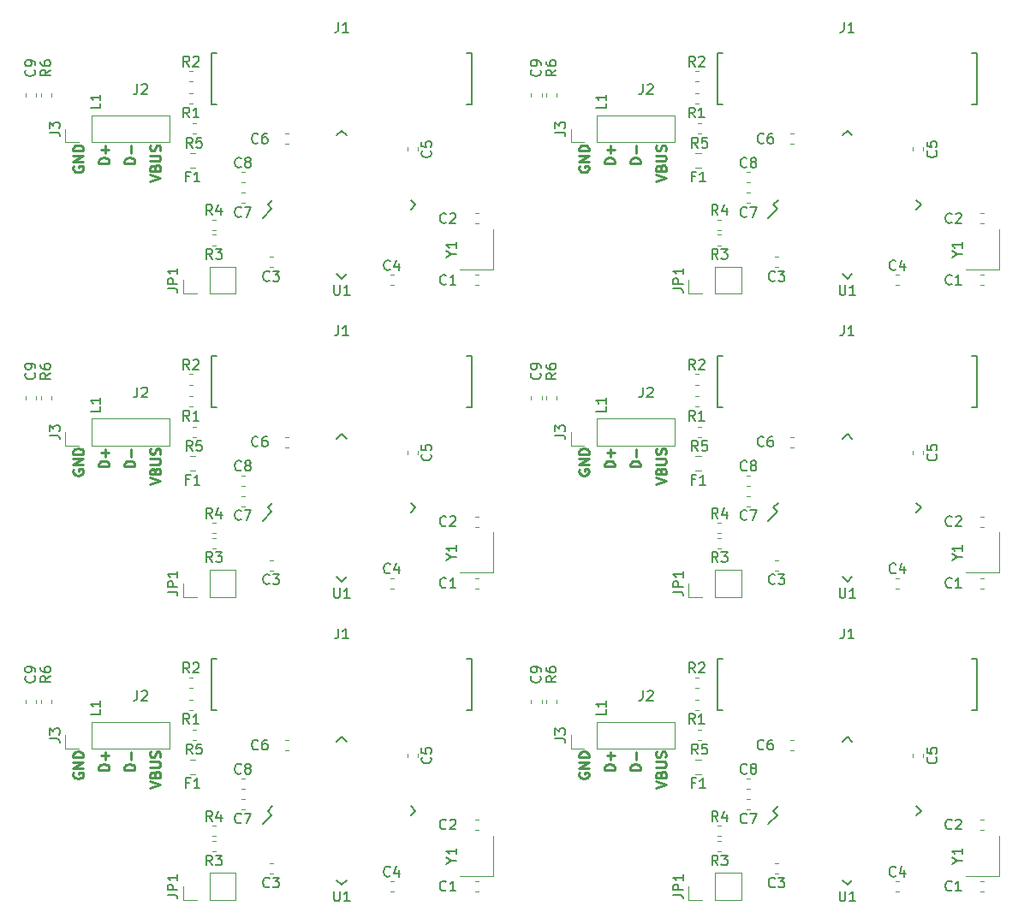
<source format=gbr>
G04 #@! TF.GenerationSoftware,KiCad,Pcbnew,(5.0.0)*
G04 #@! TF.CreationDate,2018-10-14T22:14:47+02:00*
G04 #@! TF.ProjectId,model-f-5291-pcb-panel,6D6F64656C2D662D353239312D706362,rev?*
G04 #@! TF.SameCoordinates,Original*
G04 #@! TF.FileFunction,Legend,Top*
G04 #@! TF.FilePolarity,Positive*
%FSLAX46Y46*%
G04 Gerber Fmt 4.6, Leading zero omitted, Abs format (unit mm)*
G04 Created by KiCad (PCBNEW (5.0.0)) date 10/14/18 22:14:47*
%MOMM*%
%LPD*%
G01*
G04 APERTURE LIST*
%ADD10C,0.250000*%
%ADD11C,0.120000*%
%ADD12C,0.150000*%
G04 APERTURE END LIST*
D10*
X214072380Y-128194404D02*
X215072380Y-127861071D01*
X214072380Y-127527738D01*
X214548571Y-126861071D02*
X214596190Y-126718214D01*
X214643809Y-126670595D01*
X214739047Y-126622976D01*
X214881904Y-126622976D01*
X214977142Y-126670595D01*
X215024761Y-126718214D01*
X215072380Y-126813452D01*
X215072380Y-127194404D01*
X214072380Y-127194404D01*
X214072380Y-126861071D01*
X214120000Y-126765833D01*
X214167619Y-126718214D01*
X214262857Y-126670595D01*
X214358095Y-126670595D01*
X214453333Y-126718214D01*
X214500952Y-126765833D01*
X214548571Y-126861071D01*
X214548571Y-127194404D01*
X214072380Y-126194404D02*
X214881904Y-126194404D01*
X214977142Y-126146785D01*
X215024761Y-126099166D01*
X215072380Y-126003928D01*
X215072380Y-125813452D01*
X215024761Y-125718214D01*
X214977142Y-125670595D01*
X214881904Y-125622976D01*
X214072380Y-125622976D01*
X215024761Y-125194404D02*
X215072380Y-125051547D01*
X215072380Y-124813452D01*
X215024761Y-124718214D01*
X214977142Y-124670595D01*
X214881904Y-124622976D01*
X214786666Y-124622976D01*
X214691428Y-124670595D01*
X214643809Y-124718214D01*
X214596190Y-124813452D01*
X214548571Y-125003928D01*
X214500952Y-125099166D01*
X214453333Y-125146785D01*
X214358095Y-125194404D01*
X214262857Y-125194404D01*
X214167619Y-125146785D01*
X214120000Y-125099166D01*
X214072380Y-125003928D01*
X214072380Y-124765833D01*
X214120000Y-124622976D01*
X164072380Y-128194404D02*
X165072380Y-127861071D01*
X164072380Y-127527738D01*
X164548571Y-126861071D02*
X164596190Y-126718214D01*
X164643809Y-126670595D01*
X164739047Y-126622976D01*
X164881904Y-126622976D01*
X164977142Y-126670595D01*
X165024761Y-126718214D01*
X165072380Y-126813452D01*
X165072380Y-127194404D01*
X164072380Y-127194404D01*
X164072380Y-126861071D01*
X164120000Y-126765833D01*
X164167619Y-126718214D01*
X164262857Y-126670595D01*
X164358095Y-126670595D01*
X164453333Y-126718214D01*
X164500952Y-126765833D01*
X164548571Y-126861071D01*
X164548571Y-127194404D01*
X164072380Y-126194404D02*
X164881904Y-126194404D01*
X164977142Y-126146785D01*
X165024761Y-126099166D01*
X165072380Y-126003928D01*
X165072380Y-125813452D01*
X165024761Y-125718214D01*
X164977142Y-125670595D01*
X164881904Y-125622976D01*
X164072380Y-125622976D01*
X165024761Y-125194404D02*
X165072380Y-125051547D01*
X165072380Y-124813452D01*
X165024761Y-124718214D01*
X164977142Y-124670595D01*
X164881904Y-124622976D01*
X164786666Y-124622976D01*
X164691428Y-124670595D01*
X164643809Y-124718214D01*
X164596190Y-124813452D01*
X164548571Y-125003928D01*
X164500952Y-125099166D01*
X164453333Y-125146785D01*
X164358095Y-125194404D01*
X164262857Y-125194404D01*
X164167619Y-125146785D01*
X164120000Y-125099166D01*
X164072380Y-125003928D01*
X164072380Y-124765833D01*
X164120000Y-124622976D01*
X214072380Y-98194404D02*
X215072380Y-97861071D01*
X214072380Y-97527738D01*
X214548571Y-96861071D02*
X214596190Y-96718214D01*
X214643809Y-96670595D01*
X214739047Y-96622976D01*
X214881904Y-96622976D01*
X214977142Y-96670595D01*
X215024761Y-96718214D01*
X215072380Y-96813452D01*
X215072380Y-97194404D01*
X214072380Y-97194404D01*
X214072380Y-96861071D01*
X214120000Y-96765833D01*
X214167619Y-96718214D01*
X214262857Y-96670595D01*
X214358095Y-96670595D01*
X214453333Y-96718214D01*
X214500952Y-96765833D01*
X214548571Y-96861071D01*
X214548571Y-97194404D01*
X214072380Y-96194404D02*
X214881904Y-96194404D01*
X214977142Y-96146785D01*
X215024761Y-96099166D01*
X215072380Y-96003928D01*
X215072380Y-95813452D01*
X215024761Y-95718214D01*
X214977142Y-95670595D01*
X214881904Y-95622976D01*
X214072380Y-95622976D01*
X215024761Y-95194404D02*
X215072380Y-95051547D01*
X215072380Y-94813452D01*
X215024761Y-94718214D01*
X214977142Y-94670595D01*
X214881904Y-94622976D01*
X214786666Y-94622976D01*
X214691428Y-94670595D01*
X214643809Y-94718214D01*
X214596190Y-94813452D01*
X214548571Y-95003928D01*
X214500952Y-95099166D01*
X214453333Y-95146785D01*
X214358095Y-95194404D01*
X214262857Y-95194404D01*
X214167619Y-95146785D01*
X214120000Y-95099166D01*
X214072380Y-95003928D01*
X214072380Y-94765833D01*
X214120000Y-94622976D01*
X164072380Y-98194404D02*
X165072380Y-97861071D01*
X164072380Y-97527738D01*
X164548571Y-96861071D02*
X164596190Y-96718214D01*
X164643809Y-96670595D01*
X164739047Y-96622976D01*
X164881904Y-96622976D01*
X164977142Y-96670595D01*
X165024761Y-96718214D01*
X165072380Y-96813452D01*
X165072380Y-97194404D01*
X164072380Y-97194404D01*
X164072380Y-96861071D01*
X164120000Y-96765833D01*
X164167619Y-96718214D01*
X164262857Y-96670595D01*
X164358095Y-96670595D01*
X164453333Y-96718214D01*
X164500952Y-96765833D01*
X164548571Y-96861071D01*
X164548571Y-97194404D01*
X164072380Y-96194404D02*
X164881904Y-96194404D01*
X164977142Y-96146785D01*
X165024761Y-96099166D01*
X165072380Y-96003928D01*
X165072380Y-95813452D01*
X165024761Y-95718214D01*
X164977142Y-95670595D01*
X164881904Y-95622976D01*
X164072380Y-95622976D01*
X165024761Y-95194404D02*
X165072380Y-95051547D01*
X165072380Y-94813452D01*
X165024761Y-94718214D01*
X164977142Y-94670595D01*
X164881904Y-94622976D01*
X164786666Y-94622976D01*
X164691428Y-94670595D01*
X164643809Y-94718214D01*
X164596190Y-94813452D01*
X164548571Y-95003928D01*
X164500952Y-95099166D01*
X164453333Y-95146785D01*
X164358095Y-95194404D01*
X164262857Y-95194404D01*
X164167619Y-95146785D01*
X164120000Y-95099166D01*
X164072380Y-95003928D01*
X164072380Y-94765833D01*
X164120000Y-94622976D01*
X214072380Y-68194404D02*
X215072380Y-67861071D01*
X214072380Y-67527738D01*
X214548571Y-66861071D02*
X214596190Y-66718214D01*
X214643809Y-66670595D01*
X214739047Y-66622976D01*
X214881904Y-66622976D01*
X214977142Y-66670595D01*
X215024761Y-66718214D01*
X215072380Y-66813452D01*
X215072380Y-67194404D01*
X214072380Y-67194404D01*
X214072380Y-66861071D01*
X214120000Y-66765833D01*
X214167619Y-66718214D01*
X214262857Y-66670595D01*
X214358095Y-66670595D01*
X214453333Y-66718214D01*
X214500952Y-66765833D01*
X214548571Y-66861071D01*
X214548571Y-67194404D01*
X214072380Y-66194404D02*
X214881904Y-66194404D01*
X214977142Y-66146785D01*
X215024761Y-66099166D01*
X215072380Y-66003928D01*
X215072380Y-65813452D01*
X215024761Y-65718214D01*
X214977142Y-65670595D01*
X214881904Y-65622976D01*
X214072380Y-65622976D01*
X215024761Y-65194404D02*
X215072380Y-65051547D01*
X215072380Y-64813452D01*
X215024761Y-64718214D01*
X214977142Y-64670595D01*
X214881904Y-64622976D01*
X214786666Y-64622976D01*
X214691428Y-64670595D01*
X214643809Y-64718214D01*
X214596190Y-64813452D01*
X214548571Y-65003928D01*
X214500952Y-65099166D01*
X214453333Y-65146785D01*
X214358095Y-65194404D01*
X214262857Y-65194404D01*
X214167619Y-65146785D01*
X214120000Y-65099166D01*
X214072380Y-65003928D01*
X214072380Y-64765833D01*
X214120000Y-64622976D01*
X212532380Y-126432500D02*
X211532380Y-126432500D01*
X211532380Y-126194404D01*
X211580000Y-126051547D01*
X211675238Y-125956309D01*
X211770476Y-125908690D01*
X211960952Y-125861071D01*
X212103809Y-125861071D01*
X212294285Y-125908690D01*
X212389523Y-125956309D01*
X212484761Y-126051547D01*
X212532380Y-126194404D01*
X212532380Y-126432500D01*
X212151428Y-125432500D02*
X212151428Y-124670595D01*
X162532380Y-126432500D02*
X161532380Y-126432500D01*
X161532380Y-126194404D01*
X161580000Y-126051547D01*
X161675238Y-125956309D01*
X161770476Y-125908690D01*
X161960952Y-125861071D01*
X162103809Y-125861071D01*
X162294285Y-125908690D01*
X162389523Y-125956309D01*
X162484761Y-126051547D01*
X162532380Y-126194404D01*
X162532380Y-126432500D01*
X162151428Y-125432500D02*
X162151428Y-124670595D01*
X212532380Y-96432500D02*
X211532380Y-96432500D01*
X211532380Y-96194404D01*
X211580000Y-96051547D01*
X211675238Y-95956309D01*
X211770476Y-95908690D01*
X211960952Y-95861071D01*
X212103809Y-95861071D01*
X212294285Y-95908690D01*
X212389523Y-95956309D01*
X212484761Y-96051547D01*
X212532380Y-96194404D01*
X212532380Y-96432500D01*
X212151428Y-95432500D02*
X212151428Y-94670595D01*
X162532380Y-96432500D02*
X161532380Y-96432500D01*
X161532380Y-96194404D01*
X161580000Y-96051547D01*
X161675238Y-95956309D01*
X161770476Y-95908690D01*
X161960952Y-95861071D01*
X162103809Y-95861071D01*
X162294285Y-95908690D01*
X162389523Y-95956309D01*
X162484761Y-96051547D01*
X162532380Y-96194404D01*
X162532380Y-96432500D01*
X162151428Y-95432500D02*
X162151428Y-94670595D01*
X212532380Y-66432500D02*
X211532380Y-66432500D01*
X211532380Y-66194404D01*
X211580000Y-66051547D01*
X211675238Y-65956309D01*
X211770476Y-65908690D01*
X211960952Y-65861071D01*
X212103809Y-65861071D01*
X212294285Y-65908690D01*
X212389523Y-65956309D01*
X212484761Y-66051547D01*
X212532380Y-66194404D01*
X212532380Y-66432500D01*
X212151428Y-65432500D02*
X212151428Y-64670595D01*
X206500000Y-126718214D02*
X206452380Y-126813452D01*
X206452380Y-126956309D01*
X206500000Y-127099166D01*
X206595238Y-127194404D01*
X206690476Y-127242023D01*
X206880952Y-127289642D01*
X207023809Y-127289642D01*
X207214285Y-127242023D01*
X207309523Y-127194404D01*
X207404761Y-127099166D01*
X207452380Y-126956309D01*
X207452380Y-126861071D01*
X207404761Y-126718214D01*
X207357142Y-126670595D01*
X207023809Y-126670595D01*
X207023809Y-126861071D01*
X207452380Y-126242023D02*
X206452380Y-126242023D01*
X207452380Y-125670595D01*
X206452380Y-125670595D01*
X207452380Y-125194404D02*
X206452380Y-125194404D01*
X206452380Y-124956309D01*
X206500000Y-124813452D01*
X206595238Y-124718214D01*
X206690476Y-124670595D01*
X206880952Y-124622976D01*
X207023809Y-124622976D01*
X207214285Y-124670595D01*
X207309523Y-124718214D01*
X207404761Y-124813452D01*
X207452380Y-124956309D01*
X207452380Y-125194404D01*
X156500000Y-126718214D02*
X156452380Y-126813452D01*
X156452380Y-126956309D01*
X156500000Y-127099166D01*
X156595238Y-127194404D01*
X156690476Y-127242023D01*
X156880952Y-127289642D01*
X157023809Y-127289642D01*
X157214285Y-127242023D01*
X157309523Y-127194404D01*
X157404761Y-127099166D01*
X157452380Y-126956309D01*
X157452380Y-126861071D01*
X157404761Y-126718214D01*
X157357142Y-126670595D01*
X157023809Y-126670595D01*
X157023809Y-126861071D01*
X157452380Y-126242023D02*
X156452380Y-126242023D01*
X157452380Y-125670595D01*
X156452380Y-125670595D01*
X157452380Y-125194404D02*
X156452380Y-125194404D01*
X156452380Y-124956309D01*
X156500000Y-124813452D01*
X156595238Y-124718214D01*
X156690476Y-124670595D01*
X156880952Y-124622976D01*
X157023809Y-124622976D01*
X157214285Y-124670595D01*
X157309523Y-124718214D01*
X157404761Y-124813452D01*
X157452380Y-124956309D01*
X157452380Y-125194404D01*
X206500000Y-96718214D02*
X206452380Y-96813452D01*
X206452380Y-96956309D01*
X206500000Y-97099166D01*
X206595238Y-97194404D01*
X206690476Y-97242023D01*
X206880952Y-97289642D01*
X207023809Y-97289642D01*
X207214285Y-97242023D01*
X207309523Y-97194404D01*
X207404761Y-97099166D01*
X207452380Y-96956309D01*
X207452380Y-96861071D01*
X207404761Y-96718214D01*
X207357142Y-96670595D01*
X207023809Y-96670595D01*
X207023809Y-96861071D01*
X207452380Y-96242023D02*
X206452380Y-96242023D01*
X207452380Y-95670595D01*
X206452380Y-95670595D01*
X207452380Y-95194404D02*
X206452380Y-95194404D01*
X206452380Y-94956309D01*
X206500000Y-94813452D01*
X206595238Y-94718214D01*
X206690476Y-94670595D01*
X206880952Y-94622976D01*
X207023809Y-94622976D01*
X207214285Y-94670595D01*
X207309523Y-94718214D01*
X207404761Y-94813452D01*
X207452380Y-94956309D01*
X207452380Y-95194404D01*
X156500000Y-96718214D02*
X156452380Y-96813452D01*
X156452380Y-96956309D01*
X156500000Y-97099166D01*
X156595238Y-97194404D01*
X156690476Y-97242023D01*
X156880952Y-97289642D01*
X157023809Y-97289642D01*
X157214285Y-97242023D01*
X157309523Y-97194404D01*
X157404761Y-97099166D01*
X157452380Y-96956309D01*
X157452380Y-96861071D01*
X157404761Y-96718214D01*
X157357142Y-96670595D01*
X157023809Y-96670595D01*
X157023809Y-96861071D01*
X157452380Y-96242023D02*
X156452380Y-96242023D01*
X157452380Y-95670595D01*
X156452380Y-95670595D01*
X157452380Y-95194404D02*
X156452380Y-95194404D01*
X156452380Y-94956309D01*
X156500000Y-94813452D01*
X156595238Y-94718214D01*
X156690476Y-94670595D01*
X156880952Y-94622976D01*
X157023809Y-94622976D01*
X157214285Y-94670595D01*
X157309523Y-94718214D01*
X157404761Y-94813452D01*
X157452380Y-94956309D01*
X157452380Y-95194404D01*
X206500000Y-66718214D02*
X206452380Y-66813452D01*
X206452380Y-66956309D01*
X206500000Y-67099166D01*
X206595238Y-67194404D01*
X206690476Y-67242023D01*
X206880952Y-67289642D01*
X207023809Y-67289642D01*
X207214285Y-67242023D01*
X207309523Y-67194404D01*
X207404761Y-67099166D01*
X207452380Y-66956309D01*
X207452380Y-66861071D01*
X207404761Y-66718214D01*
X207357142Y-66670595D01*
X207023809Y-66670595D01*
X207023809Y-66861071D01*
X207452380Y-66242023D02*
X206452380Y-66242023D01*
X207452380Y-65670595D01*
X206452380Y-65670595D01*
X207452380Y-65194404D02*
X206452380Y-65194404D01*
X206452380Y-64956309D01*
X206500000Y-64813452D01*
X206595238Y-64718214D01*
X206690476Y-64670595D01*
X206880952Y-64622976D01*
X207023809Y-64622976D01*
X207214285Y-64670595D01*
X207309523Y-64718214D01*
X207404761Y-64813452D01*
X207452380Y-64956309D01*
X207452380Y-65194404D01*
X209992380Y-126432500D02*
X208992380Y-126432500D01*
X208992380Y-126194404D01*
X209040000Y-126051547D01*
X209135238Y-125956309D01*
X209230476Y-125908690D01*
X209420952Y-125861071D01*
X209563809Y-125861071D01*
X209754285Y-125908690D01*
X209849523Y-125956309D01*
X209944761Y-126051547D01*
X209992380Y-126194404D01*
X209992380Y-126432500D01*
X209611428Y-125432500D02*
X209611428Y-124670595D01*
X209992380Y-125051547D02*
X209230476Y-125051547D01*
X159992380Y-126432500D02*
X158992380Y-126432500D01*
X158992380Y-126194404D01*
X159040000Y-126051547D01*
X159135238Y-125956309D01*
X159230476Y-125908690D01*
X159420952Y-125861071D01*
X159563809Y-125861071D01*
X159754285Y-125908690D01*
X159849523Y-125956309D01*
X159944761Y-126051547D01*
X159992380Y-126194404D01*
X159992380Y-126432500D01*
X159611428Y-125432500D02*
X159611428Y-124670595D01*
X159992380Y-125051547D02*
X159230476Y-125051547D01*
X209992380Y-96432500D02*
X208992380Y-96432500D01*
X208992380Y-96194404D01*
X209040000Y-96051547D01*
X209135238Y-95956309D01*
X209230476Y-95908690D01*
X209420952Y-95861071D01*
X209563809Y-95861071D01*
X209754285Y-95908690D01*
X209849523Y-95956309D01*
X209944761Y-96051547D01*
X209992380Y-96194404D01*
X209992380Y-96432500D01*
X209611428Y-95432500D02*
X209611428Y-94670595D01*
X209992380Y-95051547D02*
X209230476Y-95051547D01*
X159992380Y-96432500D02*
X158992380Y-96432500D01*
X158992380Y-96194404D01*
X159040000Y-96051547D01*
X159135238Y-95956309D01*
X159230476Y-95908690D01*
X159420952Y-95861071D01*
X159563809Y-95861071D01*
X159754285Y-95908690D01*
X159849523Y-95956309D01*
X159944761Y-96051547D01*
X159992380Y-96194404D01*
X159992380Y-96432500D01*
X159611428Y-95432500D02*
X159611428Y-94670595D01*
X159992380Y-95051547D02*
X159230476Y-95051547D01*
X209992380Y-66432500D02*
X208992380Y-66432500D01*
X208992380Y-66194404D01*
X209040000Y-66051547D01*
X209135238Y-65956309D01*
X209230476Y-65908690D01*
X209420952Y-65861071D01*
X209563809Y-65861071D01*
X209754285Y-65908690D01*
X209849523Y-65956309D01*
X209944761Y-66051547D01*
X209992380Y-66194404D01*
X209992380Y-66432500D01*
X209611428Y-65432500D02*
X209611428Y-64670595D01*
X209992380Y-65051547D02*
X209230476Y-65051547D01*
X164072380Y-68194404D02*
X165072380Y-67861071D01*
X164072380Y-67527738D01*
X164548571Y-66861071D02*
X164596190Y-66718214D01*
X164643809Y-66670595D01*
X164739047Y-66622976D01*
X164881904Y-66622976D01*
X164977142Y-66670595D01*
X165024761Y-66718214D01*
X165072380Y-66813452D01*
X165072380Y-67194404D01*
X164072380Y-67194404D01*
X164072380Y-66861071D01*
X164120000Y-66765833D01*
X164167619Y-66718214D01*
X164262857Y-66670595D01*
X164358095Y-66670595D01*
X164453333Y-66718214D01*
X164500952Y-66765833D01*
X164548571Y-66861071D01*
X164548571Y-67194404D01*
X164072380Y-66194404D02*
X164881904Y-66194404D01*
X164977142Y-66146785D01*
X165024761Y-66099166D01*
X165072380Y-66003928D01*
X165072380Y-65813452D01*
X165024761Y-65718214D01*
X164977142Y-65670595D01*
X164881904Y-65622976D01*
X164072380Y-65622976D01*
X165024761Y-65194404D02*
X165072380Y-65051547D01*
X165072380Y-64813452D01*
X165024761Y-64718214D01*
X164977142Y-64670595D01*
X164881904Y-64622976D01*
X164786666Y-64622976D01*
X164691428Y-64670595D01*
X164643809Y-64718214D01*
X164596190Y-64813452D01*
X164548571Y-65003928D01*
X164500952Y-65099166D01*
X164453333Y-65146785D01*
X164358095Y-65194404D01*
X164262857Y-65194404D01*
X164167619Y-65146785D01*
X164120000Y-65099166D01*
X164072380Y-65003928D01*
X164072380Y-64765833D01*
X164120000Y-64622976D01*
X162532380Y-66432500D02*
X161532380Y-66432500D01*
X161532380Y-66194404D01*
X161580000Y-66051547D01*
X161675238Y-65956309D01*
X161770476Y-65908690D01*
X161960952Y-65861071D01*
X162103809Y-65861071D01*
X162294285Y-65908690D01*
X162389523Y-65956309D01*
X162484761Y-66051547D01*
X162532380Y-66194404D01*
X162532380Y-66432500D01*
X162151428Y-65432500D02*
X162151428Y-64670595D01*
X159992380Y-66432500D02*
X158992380Y-66432500D01*
X158992380Y-66194404D01*
X159040000Y-66051547D01*
X159135238Y-65956309D01*
X159230476Y-65908690D01*
X159420952Y-65861071D01*
X159563809Y-65861071D01*
X159754285Y-65908690D01*
X159849523Y-65956309D01*
X159944761Y-66051547D01*
X159992380Y-66194404D01*
X159992380Y-66432500D01*
X159611428Y-65432500D02*
X159611428Y-64670595D01*
X159992380Y-65051547D02*
X159230476Y-65051547D01*
X156500000Y-66718214D02*
X156452380Y-66813452D01*
X156452380Y-66956309D01*
X156500000Y-67099166D01*
X156595238Y-67194404D01*
X156690476Y-67242023D01*
X156880952Y-67289642D01*
X157023809Y-67289642D01*
X157214285Y-67242023D01*
X157309523Y-67194404D01*
X157404761Y-67099166D01*
X157452380Y-66956309D01*
X157452380Y-66861071D01*
X157404761Y-66718214D01*
X157357142Y-66670595D01*
X157023809Y-66670595D01*
X157023809Y-66861071D01*
X157452380Y-66242023D02*
X156452380Y-66242023D01*
X157452380Y-65670595D01*
X156452380Y-65670595D01*
X157452380Y-65194404D02*
X156452380Y-65194404D01*
X156452380Y-64956309D01*
X156500000Y-64813452D01*
X156595238Y-64718214D01*
X156690476Y-64670595D01*
X156880952Y-64622976D01*
X157023809Y-64622976D01*
X157214285Y-64670595D01*
X157309523Y-64718214D01*
X157404761Y-64813452D01*
X157452380Y-64956309D01*
X157452380Y-65194404D01*
D11*
G04 #@! TO.C,R1*
X217928733Y-120510000D02*
X218271267Y-120510000D01*
X217928733Y-119490000D02*
X218271267Y-119490000D01*
X167928733Y-120510000D02*
X168271267Y-120510000D01*
X167928733Y-119490000D02*
X168271267Y-119490000D01*
X217928733Y-90510000D02*
X218271267Y-90510000D01*
X217928733Y-89490000D02*
X218271267Y-89490000D01*
X167928733Y-90510000D02*
X168271267Y-90510000D01*
X167928733Y-89490000D02*
X168271267Y-89490000D01*
X217928733Y-60510000D02*
X218271267Y-60510000D01*
X217928733Y-59490000D02*
X218271267Y-59490000D01*
G04 #@! TO.C,C2*
X246170733Y-132392000D02*
X246513267Y-132392000D01*
X246170733Y-131372000D02*
X246513267Y-131372000D01*
X196170733Y-132392000D02*
X196513267Y-132392000D01*
X196170733Y-131372000D02*
X196513267Y-131372000D01*
X246170733Y-102392000D02*
X246513267Y-102392000D01*
X246170733Y-101372000D02*
X246513267Y-101372000D01*
X196170733Y-102392000D02*
X196513267Y-102392000D01*
X196170733Y-101372000D02*
X196513267Y-101372000D01*
X246170733Y-72392000D02*
X246513267Y-72392000D01*
X246170733Y-71372000D02*
X246513267Y-71372000D01*
G04 #@! TO.C,R4*
X220203733Y-131990000D02*
X220546267Y-131990000D01*
X220203733Y-133010000D02*
X220546267Y-133010000D01*
X170203733Y-131990000D02*
X170546267Y-131990000D01*
X170203733Y-133010000D02*
X170546267Y-133010000D01*
X220203733Y-101990000D02*
X220546267Y-101990000D01*
X220203733Y-103010000D02*
X220546267Y-103010000D01*
X170203733Y-101990000D02*
X170546267Y-101990000D01*
X170203733Y-103010000D02*
X170546267Y-103010000D01*
X220203733Y-71990000D02*
X220546267Y-71990000D01*
X220203733Y-73010000D02*
X220546267Y-73010000D01*
G04 #@! TO.C,J3*
X205670000Y-124330000D02*
X205670000Y-123000000D01*
X207000000Y-124330000D02*
X205670000Y-124330000D01*
X208270000Y-124330000D02*
X208270000Y-121670000D01*
X208270000Y-121670000D02*
X215950000Y-121670000D01*
X208270000Y-124330000D02*
X215950000Y-124330000D01*
X215950000Y-124330000D02*
X215950000Y-121670000D01*
X155670000Y-124330000D02*
X155670000Y-123000000D01*
X157000000Y-124330000D02*
X155670000Y-124330000D01*
X158270000Y-124330000D02*
X158270000Y-121670000D01*
X158270000Y-121670000D02*
X165950000Y-121670000D01*
X158270000Y-124330000D02*
X165950000Y-124330000D01*
X165950000Y-124330000D02*
X165950000Y-121670000D01*
X205670000Y-94330000D02*
X205670000Y-93000000D01*
X207000000Y-94330000D02*
X205670000Y-94330000D01*
X208270000Y-94330000D02*
X208270000Y-91670000D01*
X208270000Y-91670000D02*
X215950000Y-91670000D01*
X208270000Y-94330000D02*
X215950000Y-94330000D01*
X215950000Y-94330000D02*
X215950000Y-91670000D01*
X155670000Y-94330000D02*
X155670000Y-93000000D01*
X157000000Y-94330000D02*
X155670000Y-94330000D01*
X158270000Y-94330000D02*
X158270000Y-91670000D01*
X158270000Y-91670000D02*
X165950000Y-91670000D01*
X158270000Y-94330000D02*
X165950000Y-94330000D01*
X165950000Y-94330000D02*
X165950000Y-91670000D01*
X205670000Y-64330000D02*
X205670000Y-63000000D01*
X207000000Y-64330000D02*
X205670000Y-64330000D01*
X208270000Y-64330000D02*
X208270000Y-61670000D01*
X208270000Y-61670000D02*
X215950000Y-61670000D01*
X208270000Y-64330000D02*
X215950000Y-64330000D01*
X215950000Y-64330000D02*
X215950000Y-61670000D01*
G04 #@! TO.C,R2*
X217928733Y-117290000D02*
X218271267Y-117290000D01*
X217928733Y-118310000D02*
X218271267Y-118310000D01*
X167928733Y-117290000D02*
X168271267Y-117290000D01*
X167928733Y-118310000D02*
X168271267Y-118310000D01*
X217928733Y-87290000D02*
X218271267Y-87290000D01*
X217928733Y-88310000D02*
X218271267Y-88310000D01*
X167928733Y-87290000D02*
X168271267Y-87290000D01*
X167928733Y-88310000D02*
X168271267Y-88310000D01*
X217928733Y-57290000D02*
X218271267Y-57290000D01*
X217928733Y-58310000D02*
X218271267Y-58310000D01*
G04 #@! TO.C,C1*
X246513267Y-138488000D02*
X246170733Y-138488000D01*
X246513267Y-137468000D02*
X246170733Y-137468000D01*
X196513267Y-138488000D02*
X196170733Y-138488000D01*
X196513267Y-137468000D02*
X196170733Y-137468000D01*
X246513267Y-108488000D02*
X246170733Y-108488000D01*
X246513267Y-107468000D02*
X246170733Y-107468000D01*
X196513267Y-108488000D02*
X196170733Y-108488000D01*
X196513267Y-107468000D02*
X196170733Y-107468000D01*
X246513267Y-78488000D02*
X246170733Y-78488000D01*
X246513267Y-77468000D02*
X246170733Y-77468000D01*
G04 #@! TO.C,R5*
X218230733Y-123502000D02*
X218573267Y-123502000D01*
X218230733Y-122482000D02*
X218573267Y-122482000D01*
X168230733Y-123502000D02*
X168573267Y-123502000D01*
X168230733Y-122482000D02*
X168573267Y-122482000D01*
X218230733Y-93502000D02*
X218573267Y-93502000D01*
X218230733Y-92482000D02*
X218573267Y-92482000D01*
X168230733Y-93502000D02*
X168573267Y-93502000D01*
X168230733Y-92482000D02*
X168573267Y-92482000D01*
X218230733Y-63502000D02*
X218573267Y-63502000D01*
X218230733Y-62482000D02*
X218573267Y-62482000D01*
G04 #@! TO.C,R3*
X220203733Y-134510000D02*
X220546267Y-134510000D01*
X220203733Y-133490000D02*
X220546267Y-133490000D01*
X170203733Y-134510000D02*
X170546267Y-134510000D01*
X170203733Y-133490000D02*
X170546267Y-133490000D01*
X220203733Y-104510000D02*
X220546267Y-104510000D01*
X220203733Y-103490000D02*
X220546267Y-103490000D01*
X170203733Y-104510000D02*
X170546267Y-104510000D01*
X170203733Y-103490000D02*
X170546267Y-103490000D01*
X220203733Y-74510000D02*
X220546267Y-74510000D01*
X220203733Y-73490000D02*
X220546267Y-73490000D01*
G04 #@! TO.C,Y1*
X244692000Y-136930000D02*
X247992000Y-136930000D01*
X247992000Y-136930000D02*
X247992000Y-132930000D01*
X194692000Y-136930000D02*
X197992000Y-136930000D01*
X197992000Y-136930000D02*
X197992000Y-132930000D01*
X244692000Y-106930000D02*
X247992000Y-106930000D01*
X247992000Y-106930000D02*
X247992000Y-102930000D01*
X194692000Y-106930000D02*
X197992000Y-106930000D01*
X197992000Y-106930000D02*
X197992000Y-102930000D01*
X244692000Y-76930000D02*
X247992000Y-76930000D01*
X247992000Y-76930000D02*
X247992000Y-72930000D01*
G04 #@! TO.C,F1*
X218529252Y-125418000D02*
X218006748Y-125418000D01*
X218529252Y-126838000D02*
X218006748Y-126838000D01*
X168529252Y-125418000D02*
X168006748Y-125418000D01*
X168529252Y-126838000D02*
X168006748Y-126838000D01*
X218529252Y-95418000D02*
X218006748Y-95418000D01*
X218529252Y-96838000D02*
X218006748Y-96838000D01*
X168529252Y-95418000D02*
X168006748Y-95418000D01*
X168529252Y-96838000D02*
X168006748Y-96838000D01*
X218529252Y-65418000D02*
X218006748Y-65418000D01*
X218529252Y-66838000D02*
X218006748Y-66838000D01*
D12*
G04 #@! TO.C,J1*
X245850000Y-115460000D02*
X245850000Y-120540000D01*
X220150000Y-120540000D02*
X220150000Y-115460000D01*
X220150000Y-115460000D02*
X220650000Y-115460000D01*
X220150000Y-120540000D02*
X220650000Y-120540000D01*
X245350000Y-120540000D02*
X245850000Y-120540000D01*
X245350000Y-115460000D02*
X245850000Y-115460000D01*
X195850000Y-115460000D02*
X195850000Y-120540000D01*
X170150000Y-120540000D02*
X170150000Y-115460000D01*
X170150000Y-115460000D02*
X170650000Y-115460000D01*
X170150000Y-120540000D02*
X170650000Y-120540000D01*
X195350000Y-120540000D02*
X195850000Y-120540000D01*
X195350000Y-115460000D02*
X195850000Y-115460000D01*
X245850000Y-85460000D02*
X245850000Y-90540000D01*
X220150000Y-90540000D02*
X220150000Y-85460000D01*
X220150000Y-85460000D02*
X220650000Y-85460000D01*
X220150000Y-90540000D02*
X220650000Y-90540000D01*
X245350000Y-90540000D02*
X245850000Y-90540000D01*
X245350000Y-85460000D02*
X245850000Y-85460000D01*
X195850000Y-85460000D02*
X195850000Y-90540000D01*
X170150000Y-90540000D02*
X170150000Y-85460000D01*
X170150000Y-85460000D02*
X170650000Y-85460000D01*
X170150000Y-90540000D02*
X170650000Y-90540000D01*
X195350000Y-90540000D02*
X195850000Y-90540000D01*
X195350000Y-85460000D02*
X195850000Y-85460000D01*
X245850000Y-55460000D02*
X245850000Y-60540000D01*
X220150000Y-60540000D02*
X220150000Y-55460000D01*
X220150000Y-55460000D02*
X220650000Y-55460000D01*
X220150000Y-60540000D02*
X220650000Y-60540000D01*
X245350000Y-60540000D02*
X245850000Y-60540000D01*
X245350000Y-55460000D02*
X245850000Y-55460000D01*
D11*
G04 #@! TO.C,C3*
X226193267Y-135690000D02*
X225850733Y-135690000D01*
X226193267Y-136710000D02*
X225850733Y-136710000D01*
X176193267Y-135690000D02*
X175850733Y-135690000D01*
X176193267Y-136710000D02*
X175850733Y-136710000D01*
X226193267Y-105690000D02*
X225850733Y-105690000D01*
X226193267Y-106710000D02*
X225850733Y-106710000D01*
X176193267Y-105690000D02*
X175850733Y-105690000D01*
X176193267Y-106710000D02*
X175850733Y-106710000D01*
X226193267Y-75690000D02*
X225850733Y-75690000D01*
X226193267Y-76710000D02*
X225850733Y-76710000D01*
G04 #@! TO.C,JP1*
X217326000Y-139308000D02*
X217326000Y-137978000D01*
X218656000Y-139308000D02*
X217326000Y-139308000D01*
X219926000Y-139308000D02*
X219926000Y-136648000D01*
X219926000Y-136648000D02*
X222526000Y-136648000D01*
X219926000Y-139308000D02*
X222526000Y-139308000D01*
X222526000Y-139308000D02*
X222526000Y-136648000D01*
X167326000Y-139308000D02*
X167326000Y-137978000D01*
X168656000Y-139308000D02*
X167326000Y-139308000D01*
X169926000Y-139308000D02*
X169926000Y-136648000D01*
X169926000Y-136648000D02*
X172526000Y-136648000D01*
X169926000Y-139308000D02*
X172526000Y-139308000D01*
X172526000Y-139308000D02*
X172526000Y-136648000D01*
X217326000Y-109308000D02*
X217326000Y-107978000D01*
X218656000Y-109308000D02*
X217326000Y-109308000D01*
X219926000Y-109308000D02*
X219926000Y-106648000D01*
X219926000Y-106648000D02*
X222526000Y-106648000D01*
X219926000Y-109308000D02*
X222526000Y-109308000D01*
X222526000Y-109308000D02*
X222526000Y-106648000D01*
X167326000Y-109308000D02*
X167326000Y-107978000D01*
X168656000Y-109308000D02*
X167326000Y-109308000D01*
X169926000Y-109308000D02*
X169926000Y-106648000D01*
X169926000Y-106648000D02*
X172526000Y-106648000D01*
X169926000Y-109308000D02*
X172526000Y-109308000D01*
X172526000Y-109308000D02*
X172526000Y-106648000D01*
X217326000Y-79308000D02*
X217326000Y-77978000D01*
X218656000Y-79308000D02*
X217326000Y-79308000D01*
X219926000Y-79308000D02*
X219926000Y-76648000D01*
X219926000Y-76648000D02*
X222526000Y-76648000D01*
X219926000Y-79308000D02*
X222526000Y-79308000D01*
X222526000Y-79308000D02*
X222526000Y-76648000D01*
G04 #@! TO.C,C4*
X237788733Y-138488000D02*
X238131267Y-138488000D01*
X237788733Y-137468000D02*
X238131267Y-137468000D01*
X187788733Y-138488000D02*
X188131267Y-138488000D01*
X187788733Y-137468000D02*
X188131267Y-137468000D01*
X237788733Y-108488000D02*
X238131267Y-108488000D01*
X237788733Y-107468000D02*
X238131267Y-107468000D01*
X187788733Y-108488000D02*
X188131267Y-108488000D01*
X187788733Y-107468000D02*
X188131267Y-107468000D01*
X237788733Y-78488000D02*
X238131267Y-78488000D01*
X237788733Y-77468000D02*
X238131267Y-77468000D01*
G04 #@! TO.C,R6*
X203259999Y-119478734D02*
X203259999Y-119821268D01*
X204279999Y-119478734D02*
X204279999Y-119821268D01*
X153259999Y-119478734D02*
X153259999Y-119821268D01*
X154279999Y-119478734D02*
X154279999Y-119821268D01*
X203259999Y-89478734D02*
X203259999Y-89821268D01*
X204279999Y-89478734D02*
X204279999Y-89821268D01*
X153259999Y-89478734D02*
X153259999Y-89821268D01*
X154279999Y-89478734D02*
X154279999Y-89821268D01*
X203259999Y-59478734D02*
X203259999Y-59821268D01*
X204279999Y-59478734D02*
X204279999Y-59821268D01*
G04 #@! TO.C,C5*
X240502000Y-125195267D02*
X240502000Y-124852733D01*
X239482000Y-125195267D02*
X239482000Y-124852733D01*
X190502000Y-125195267D02*
X190502000Y-124852733D01*
X189482000Y-125195267D02*
X189482000Y-124852733D01*
X240502000Y-95195267D02*
X240502000Y-94852733D01*
X239482000Y-95195267D02*
X239482000Y-94852733D01*
X190502000Y-95195267D02*
X190502000Y-94852733D01*
X189482000Y-95195267D02*
X189482000Y-94852733D01*
X240502000Y-65195267D02*
X240502000Y-64852733D01*
X239482000Y-65195267D02*
X239482000Y-64852733D01*
G04 #@! TO.C,C6*
X227717267Y-123498000D02*
X227374733Y-123498000D01*
X227717267Y-124518000D02*
X227374733Y-124518000D01*
X177717267Y-123498000D02*
X177374733Y-123498000D01*
X177717267Y-124518000D02*
X177374733Y-124518000D01*
X227717267Y-93498000D02*
X227374733Y-93498000D01*
X227717267Y-94518000D02*
X227374733Y-94518000D01*
X177717267Y-93498000D02*
X177374733Y-93498000D01*
X177717267Y-94518000D02*
X177374733Y-94518000D01*
X227717267Y-63498000D02*
X227374733Y-63498000D01*
X227717267Y-64518000D02*
X227374733Y-64518000D01*
G04 #@! TO.C,C7*
X223399267Y-129340000D02*
X223056733Y-129340000D01*
X223399267Y-130360000D02*
X223056733Y-130360000D01*
X173399267Y-129340000D02*
X173056733Y-129340000D01*
X173399267Y-130360000D02*
X173056733Y-130360000D01*
X223399267Y-99340000D02*
X223056733Y-99340000D01*
X223399267Y-100360000D02*
X223056733Y-100360000D01*
X173399267Y-99340000D02*
X173056733Y-99340000D01*
X173399267Y-100360000D02*
X173056733Y-100360000D01*
X223399267Y-69340000D02*
X223056733Y-69340000D01*
X223399267Y-70360000D02*
X223056733Y-70360000D01*
G04 #@! TO.C,C8*
X223399267Y-127308000D02*
X223056733Y-127308000D01*
X223399267Y-128328000D02*
X223056733Y-128328000D01*
X173399267Y-127308000D02*
X173056733Y-127308000D01*
X173399267Y-128328000D02*
X173056733Y-128328000D01*
X223399267Y-97308000D02*
X223056733Y-97308000D01*
X223399267Y-98328000D02*
X223056733Y-98328000D01*
X173399267Y-97308000D02*
X173056733Y-97308000D01*
X173399267Y-98328000D02*
X173056733Y-98328000D01*
X223399267Y-67308000D02*
X223056733Y-67308000D01*
X223399267Y-68328000D02*
X223056733Y-68328000D01*
D12*
G04 #@! TO.C,U1*
X226088031Y-130906586D02*
X225186470Y-131808148D01*
X233000000Y-123181445D02*
X232522703Y-123658742D01*
X240318555Y-130500000D02*
X239841258Y-130977297D01*
X233000000Y-137818555D02*
X233477297Y-137341258D01*
X225681445Y-130500000D02*
X226158742Y-130022703D01*
X233000000Y-137818555D02*
X232522703Y-137341258D01*
X240318555Y-130500000D02*
X239841258Y-130022703D01*
X233000000Y-123181445D02*
X233477297Y-123658742D01*
X225681445Y-130500000D02*
X226088031Y-130906586D01*
X176088031Y-130906586D02*
X175186470Y-131808148D01*
X183000000Y-123181445D02*
X182522703Y-123658742D01*
X190318555Y-130500000D02*
X189841258Y-130977297D01*
X183000000Y-137818555D02*
X183477297Y-137341258D01*
X175681445Y-130500000D02*
X176158742Y-130022703D01*
X183000000Y-137818555D02*
X182522703Y-137341258D01*
X190318555Y-130500000D02*
X189841258Y-130022703D01*
X183000000Y-123181445D02*
X183477297Y-123658742D01*
X175681445Y-130500000D02*
X176088031Y-130906586D01*
X226088031Y-100906586D02*
X225186470Y-101808148D01*
X233000000Y-93181445D02*
X232522703Y-93658742D01*
X240318555Y-100500000D02*
X239841258Y-100977297D01*
X233000000Y-107818555D02*
X233477297Y-107341258D01*
X225681445Y-100500000D02*
X226158742Y-100022703D01*
X233000000Y-107818555D02*
X232522703Y-107341258D01*
X240318555Y-100500000D02*
X239841258Y-100022703D01*
X233000000Y-93181445D02*
X233477297Y-93658742D01*
X225681445Y-100500000D02*
X226088031Y-100906586D01*
X176088031Y-100906586D02*
X175186470Y-101808148D01*
X183000000Y-93181445D02*
X182522703Y-93658742D01*
X190318555Y-100500000D02*
X189841258Y-100977297D01*
X183000000Y-107818555D02*
X183477297Y-107341258D01*
X175681445Y-100500000D02*
X176158742Y-100022703D01*
X183000000Y-107818555D02*
X182522703Y-107341258D01*
X190318555Y-100500000D02*
X189841258Y-100022703D01*
X183000000Y-93181445D02*
X183477297Y-93658742D01*
X175681445Y-100500000D02*
X176088031Y-100906586D01*
X226088031Y-70906586D02*
X225186470Y-71808148D01*
X233000000Y-63181445D02*
X232522703Y-63658742D01*
X240318555Y-70500000D02*
X239841258Y-70977297D01*
X233000000Y-77818555D02*
X233477297Y-77341258D01*
X225681445Y-70500000D02*
X226158742Y-70022703D01*
X233000000Y-77818555D02*
X232522703Y-77341258D01*
X240318555Y-70500000D02*
X239841258Y-70022703D01*
X233000000Y-63181445D02*
X233477297Y-63658742D01*
X225681445Y-70500000D02*
X226088031Y-70906586D01*
D11*
G04 #@! TO.C,C9*
X202769999Y-119478734D02*
X202769999Y-119821268D01*
X201749999Y-119478734D02*
X201749999Y-119821268D01*
X152769999Y-119478734D02*
X152769999Y-119821268D01*
X151749999Y-119478734D02*
X151749999Y-119821268D01*
X202769999Y-89478734D02*
X202769999Y-89821268D01*
X201749999Y-89478734D02*
X201749999Y-89821268D01*
X152769999Y-89478734D02*
X152769999Y-89821268D01*
X151749999Y-89478734D02*
X151749999Y-89821268D01*
X202769999Y-59478734D02*
X202769999Y-59821268D01*
X201749999Y-59478734D02*
X201749999Y-59821268D01*
X151749999Y-59478734D02*
X151749999Y-59821268D01*
X152769999Y-59478734D02*
X152769999Y-59821268D01*
G04 #@! TO.C,R6*
X154279999Y-59478734D02*
X154279999Y-59821268D01*
X153259999Y-59478734D02*
X153259999Y-59821268D01*
D12*
G04 #@! TO.C,J1*
X195350000Y-55460000D02*
X195850000Y-55460000D01*
X195350000Y-60540000D02*
X195850000Y-60540000D01*
X170150000Y-60540000D02*
X170650000Y-60540000D01*
X170150000Y-55460000D02*
X170650000Y-55460000D01*
X170150000Y-60540000D02*
X170150000Y-55460000D01*
X195850000Y-55460000D02*
X195850000Y-60540000D01*
D11*
G04 #@! TO.C,C8*
X173399267Y-68328000D02*
X173056733Y-68328000D01*
X173399267Y-67308000D02*
X173056733Y-67308000D01*
G04 #@! TO.C,JP1*
X172526000Y-79308000D02*
X172526000Y-76648000D01*
X169926000Y-79308000D02*
X172526000Y-79308000D01*
X169926000Y-76648000D02*
X172526000Y-76648000D01*
X169926000Y-79308000D02*
X169926000Y-76648000D01*
X168656000Y-79308000D02*
X167326000Y-79308000D01*
X167326000Y-79308000D02*
X167326000Y-77978000D01*
D12*
G04 #@! TO.C,U1*
X175681445Y-70500000D02*
X176088031Y-70906586D01*
X183000000Y-63181445D02*
X183477297Y-63658742D01*
X190318555Y-70500000D02*
X189841258Y-70022703D01*
X183000000Y-77818555D02*
X182522703Y-77341258D01*
X175681445Y-70500000D02*
X176158742Y-70022703D01*
X183000000Y-77818555D02*
X183477297Y-77341258D01*
X190318555Y-70500000D02*
X189841258Y-70977297D01*
X183000000Y-63181445D02*
X182522703Y-63658742D01*
X176088031Y-70906586D02*
X175186470Y-71808148D01*
D11*
G04 #@! TO.C,C7*
X173399267Y-70360000D02*
X173056733Y-70360000D01*
X173399267Y-69340000D02*
X173056733Y-69340000D01*
G04 #@! TO.C,C6*
X177717267Y-64518000D02*
X177374733Y-64518000D01*
X177717267Y-63498000D02*
X177374733Y-63498000D01*
G04 #@! TO.C,C5*
X189482000Y-65195267D02*
X189482000Y-64852733D01*
X190502000Y-65195267D02*
X190502000Y-64852733D01*
G04 #@! TO.C,C4*
X187788733Y-77468000D02*
X188131267Y-77468000D01*
X187788733Y-78488000D02*
X188131267Y-78488000D01*
G04 #@! TO.C,C3*
X176193267Y-76710000D02*
X175850733Y-76710000D01*
X176193267Y-75690000D02*
X175850733Y-75690000D01*
G04 #@! TO.C,R5*
X168230733Y-62482000D02*
X168573267Y-62482000D01*
X168230733Y-63502000D02*
X168573267Y-63502000D01*
G04 #@! TO.C,R4*
X170203733Y-73010000D02*
X170546267Y-73010000D01*
X170203733Y-71990000D02*
X170546267Y-71990000D01*
G04 #@! TO.C,R3*
X170203733Y-73490000D02*
X170546267Y-73490000D01*
X170203733Y-74510000D02*
X170546267Y-74510000D01*
G04 #@! TO.C,C2*
X196170733Y-71372000D02*
X196513267Y-71372000D01*
X196170733Y-72392000D02*
X196513267Y-72392000D01*
G04 #@! TO.C,C1*
X196513267Y-77468000D02*
X196170733Y-77468000D01*
X196513267Y-78488000D02*
X196170733Y-78488000D01*
G04 #@! TO.C,Y1*
X197992000Y-76930000D02*
X197992000Y-72930000D01*
X194692000Y-76930000D02*
X197992000Y-76930000D01*
G04 #@! TO.C,F1*
X168529252Y-66838000D02*
X168006748Y-66838000D01*
X168529252Y-65418000D02*
X168006748Y-65418000D01*
G04 #@! TO.C,R2*
X167928733Y-58310000D02*
X168271267Y-58310000D01*
X167928733Y-57290000D02*
X168271267Y-57290000D01*
G04 #@! TO.C,R1*
X167928733Y-59490000D02*
X168271267Y-59490000D01*
X167928733Y-60510000D02*
X168271267Y-60510000D01*
G04 #@! TO.C,J3*
X165950000Y-64330000D02*
X165950000Y-61670000D01*
X158270000Y-64330000D02*
X165950000Y-64330000D01*
X158270000Y-61670000D02*
X165950000Y-61670000D01*
X158270000Y-64330000D02*
X158270000Y-61670000D01*
X157000000Y-64330000D02*
X155670000Y-64330000D01*
X155670000Y-64330000D02*
X155670000Y-63000000D01*
G04 #@! TO.C,R1*
D12*
X217933333Y-121882380D02*
X217600000Y-121406190D01*
X217361904Y-121882380D02*
X217361904Y-120882380D01*
X217742857Y-120882380D01*
X217838095Y-120930000D01*
X217885714Y-120977619D01*
X217933333Y-121072857D01*
X217933333Y-121215714D01*
X217885714Y-121310952D01*
X217838095Y-121358571D01*
X217742857Y-121406190D01*
X217361904Y-121406190D01*
X218885714Y-121882380D02*
X218314285Y-121882380D01*
X218600000Y-121882380D02*
X218600000Y-120882380D01*
X218504761Y-121025238D01*
X218409523Y-121120476D01*
X218314285Y-121168095D01*
X167933333Y-121882380D02*
X167600000Y-121406190D01*
X167361904Y-121882380D02*
X167361904Y-120882380D01*
X167742857Y-120882380D01*
X167838095Y-120930000D01*
X167885714Y-120977619D01*
X167933333Y-121072857D01*
X167933333Y-121215714D01*
X167885714Y-121310952D01*
X167838095Y-121358571D01*
X167742857Y-121406190D01*
X167361904Y-121406190D01*
X168885714Y-121882380D02*
X168314285Y-121882380D01*
X168600000Y-121882380D02*
X168600000Y-120882380D01*
X168504761Y-121025238D01*
X168409523Y-121120476D01*
X168314285Y-121168095D01*
X217933333Y-91882380D02*
X217600000Y-91406190D01*
X217361904Y-91882380D02*
X217361904Y-90882380D01*
X217742857Y-90882380D01*
X217838095Y-90930000D01*
X217885714Y-90977619D01*
X217933333Y-91072857D01*
X217933333Y-91215714D01*
X217885714Y-91310952D01*
X217838095Y-91358571D01*
X217742857Y-91406190D01*
X217361904Y-91406190D01*
X218885714Y-91882380D02*
X218314285Y-91882380D01*
X218600000Y-91882380D02*
X218600000Y-90882380D01*
X218504761Y-91025238D01*
X218409523Y-91120476D01*
X218314285Y-91168095D01*
X167933333Y-91882380D02*
X167600000Y-91406190D01*
X167361904Y-91882380D02*
X167361904Y-90882380D01*
X167742857Y-90882380D01*
X167838095Y-90930000D01*
X167885714Y-90977619D01*
X167933333Y-91072857D01*
X167933333Y-91215714D01*
X167885714Y-91310952D01*
X167838095Y-91358571D01*
X167742857Y-91406190D01*
X167361904Y-91406190D01*
X168885714Y-91882380D02*
X168314285Y-91882380D01*
X168600000Y-91882380D02*
X168600000Y-90882380D01*
X168504761Y-91025238D01*
X168409523Y-91120476D01*
X168314285Y-91168095D01*
X217933333Y-61882380D02*
X217600000Y-61406190D01*
X217361904Y-61882380D02*
X217361904Y-60882380D01*
X217742857Y-60882380D01*
X217838095Y-60930000D01*
X217885714Y-60977619D01*
X217933333Y-61072857D01*
X217933333Y-61215714D01*
X217885714Y-61310952D01*
X217838095Y-61358571D01*
X217742857Y-61406190D01*
X217361904Y-61406190D01*
X218885714Y-61882380D02*
X218314285Y-61882380D01*
X218600000Y-61882380D02*
X218600000Y-60882380D01*
X218504761Y-61025238D01*
X218409523Y-61120476D01*
X218314285Y-61168095D01*
G04 #@! TO.C,C2*
X243329333Y-132235142D02*
X243281714Y-132282761D01*
X243138857Y-132330380D01*
X243043619Y-132330380D01*
X242900761Y-132282761D01*
X242805523Y-132187523D01*
X242757904Y-132092285D01*
X242710285Y-131901809D01*
X242710285Y-131758952D01*
X242757904Y-131568476D01*
X242805523Y-131473238D01*
X242900761Y-131378000D01*
X243043619Y-131330380D01*
X243138857Y-131330380D01*
X243281714Y-131378000D01*
X243329333Y-131425619D01*
X243710285Y-131425619D02*
X243757904Y-131378000D01*
X243853142Y-131330380D01*
X244091238Y-131330380D01*
X244186476Y-131378000D01*
X244234095Y-131425619D01*
X244281714Y-131520857D01*
X244281714Y-131616095D01*
X244234095Y-131758952D01*
X243662666Y-132330380D01*
X244281714Y-132330380D01*
X193329333Y-132235142D02*
X193281714Y-132282761D01*
X193138857Y-132330380D01*
X193043619Y-132330380D01*
X192900761Y-132282761D01*
X192805523Y-132187523D01*
X192757904Y-132092285D01*
X192710285Y-131901809D01*
X192710285Y-131758952D01*
X192757904Y-131568476D01*
X192805523Y-131473238D01*
X192900761Y-131378000D01*
X193043619Y-131330380D01*
X193138857Y-131330380D01*
X193281714Y-131378000D01*
X193329333Y-131425619D01*
X193710285Y-131425619D02*
X193757904Y-131378000D01*
X193853142Y-131330380D01*
X194091238Y-131330380D01*
X194186476Y-131378000D01*
X194234095Y-131425619D01*
X194281714Y-131520857D01*
X194281714Y-131616095D01*
X194234095Y-131758952D01*
X193662666Y-132330380D01*
X194281714Y-132330380D01*
X243329333Y-102235142D02*
X243281714Y-102282761D01*
X243138857Y-102330380D01*
X243043619Y-102330380D01*
X242900761Y-102282761D01*
X242805523Y-102187523D01*
X242757904Y-102092285D01*
X242710285Y-101901809D01*
X242710285Y-101758952D01*
X242757904Y-101568476D01*
X242805523Y-101473238D01*
X242900761Y-101378000D01*
X243043619Y-101330380D01*
X243138857Y-101330380D01*
X243281714Y-101378000D01*
X243329333Y-101425619D01*
X243710285Y-101425619D02*
X243757904Y-101378000D01*
X243853142Y-101330380D01*
X244091238Y-101330380D01*
X244186476Y-101378000D01*
X244234095Y-101425619D01*
X244281714Y-101520857D01*
X244281714Y-101616095D01*
X244234095Y-101758952D01*
X243662666Y-102330380D01*
X244281714Y-102330380D01*
X193329333Y-102235142D02*
X193281714Y-102282761D01*
X193138857Y-102330380D01*
X193043619Y-102330380D01*
X192900761Y-102282761D01*
X192805523Y-102187523D01*
X192757904Y-102092285D01*
X192710285Y-101901809D01*
X192710285Y-101758952D01*
X192757904Y-101568476D01*
X192805523Y-101473238D01*
X192900761Y-101378000D01*
X193043619Y-101330380D01*
X193138857Y-101330380D01*
X193281714Y-101378000D01*
X193329333Y-101425619D01*
X193710285Y-101425619D02*
X193757904Y-101378000D01*
X193853142Y-101330380D01*
X194091238Y-101330380D01*
X194186476Y-101378000D01*
X194234095Y-101425619D01*
X194281714Y-101520857D01*
X194281714Y-101616095D01*
X194234095Y-101758952D01*
X193662666Y-102330380D01*
X194281714Y-102330380D01*
X243329333Y-72235142D02*
X243281714Y-72282761D01*
X243138857Y-72330380D01*
X243043619Y-72330380D01*
X242900761Y-72282761D01*
X242805523Y-72187523D01*
X242757904Y-72092285D01*
X242710285Y-71901809D01*
X242710285Y-71758952D01*
X242757904Y-71568476D01*
X242805523Y-71473238D01*
X242900761Y-71378000D01*
X243043619Y-71330380D01*
X243138857Y-71330380D01*
X243281714Y-71378000D01*
X243329333Y-71425619D01*
X243710285Y-71425619D02*
X243757904Y-71378000D01*
X243853142Y-71330380D01*
X244091238Y-71330380D01*
X244186476Y-71378000D01*
X244234095Y-71425619D01*
X244281714Y-71520857D01*
X244281714Y-71616095D01*
X244234095Y-71758952D01*
X243662666Y-72330380D01*
X244281714Y-72330380D01*
G04 #@! TO.C,R4*
X220208333Y-131522380D02*
X219875000Y-131046190D01*
X219636904Y-131522380D02*
X219636904Y-130522380D01*
X220017857Y-130522380D01*
X220113095Y-130570000D01*
X220160714Y-130617619D01*
X220208333Y-130712857D01*
X220208333Y-130855714D01*
X220160714Y-130950952D01*
X220113095Y-130998571D01*
X220017857Y-131046190D01*
X219636904Y-131046190D01*
X221065476Y-130855714D02*
X221065476Y-131522380D01*
X220827380Y-130474761D02*
X220589285Y-131189047D01*
X221208333Y-131189047D01*
X170208333Y-131522380D02*
X169875000Y-131046190D01*
X169636904Y-131522380D02*
X169636904Y-130522380D01*
X170017857Y-130522380D01*
X170113095Y-130570000D01*
X170160714Y-130617619D01*
X170208333Y-130712857D01*
X170208333Y-130855714D01*
X170160714Y-130950952D01*
X170113095Y-130998571D01*
X170017857Y-131046190D01*
X169636904Y-131046190D01*
X171065476Y-130855714D02*
X171065476Y-131522380D01*
X170827380Y-130474761D02*
X170589285Y-131189047D01*
X171208333Y-131189047D01*
X220208333Y-101522380D02*
X219875000Y-101046190D01*
X219636904Y-101522380D02*
X219636904Y-100522380D01*
X220017857Y-100522380D01*
X220113095Y-100570000D01*
X220160714Y-100617619D01*
X220208333Y-100712857D01*
X220208333Y-100855714D01*
X220160714Y-100950952D01*
X220113095Y-100998571D01*
X220017857Y-101046190D01*
X219636904Y-101046190D01*
X221065476Y-100855714D02*
X221065476Y-101522380D01*
X220827380Y-100474761D02*
X220589285Y-101189047D01*
X221208333Y-101189047D01*
X170208333Y-101522380D02*
X169875000Y-101046190D01*
X169636904Y-101522380D02*
X169636904Y-100522380D01*
X170017857Y-100522380D01*
X170113095Y-100570000D01*
X170160714Y-100617619D01*
X170208333Y-100712857D01*
X170208333Y-100855714D01*
X170160714Y-100950952D01*
X170113095Y-100998571D01*
X170017857Y-101046190D01*
X169636904Y-101046190D01*
X171065476Y-100855714D02*
X171065476Y-101522380D01*
X170827380Y-100474761D02*
X170589285Y-101189047D01*
X171208333Y-101189047D01*
X220208333Y-71522380D02*
X219875000Y-71046190D01*
X219636904Y-71522380D02*
X219636904Y-70522380D01*
X220017857Y-70522380D01*
X220113095Y-70570000D01*
X220160714Y-70617619D01*
X220208333Y-70712857D01*
X220208333Y-70855714D01*
X220160714Y-70950952D01*
X220113095Y-70998571D01*
X220017857Y-71046190D01*
X219636904Y-71046190D01*
X221065476Y-70855714D02*
X221065476Y-71522380D01*
X220827380Y-70474761D02*
X220589285Y-71189047D01*
X221208333Y-71189047D01*
G04 #@! TO.C,J3*
X204122380Y-123333333D02*
X204836666Y-123333333D01*
X204979523Y-123380952D01*
X205074761Y-123476190D01*
X205122380Y-123619047D01*
X205122380Y-123714285D01*
X204122380Y-122952380D02*
X204122380Y-122333333D01*
X204503333Y-122666666D01*
X204503333Y-122523809D01*
X204550952Y-122428571D01*
X204598571Y-122380952D01*
X204693809Y-122333333D01*
X204931904Y-122333333D01*
X205027142Y-122380952D01*
X205074761Y-122428571D01*
X205122380Y-122523809D01*
X205122380Y-122809523D01*
X205074761Y-122904761D01*
X205027142Y-122952380D01*
X154122380Y-123333333D02*
X154836666Y-123333333D01*
X154979523Y-123380952D01*
X155074761Y-123476190D01*
X155122380Y-123619047D01*
X155122380Y-123714285D01*
X154122380Y-122952380D02*
X154122380Y-122333333D01*
X154503333Y-122666666D01*
X154503333Y-122523809D01*
X154550952Y-122428571D01*
X154598571Y-122380952D01*
X154693809Y-122333333D01*
X154931904Y-122333333D01*
X155027142Y-122380952D01*
X155074761Y-122428571D01*
X155122380Y-122523809D01*
X155122380Y-122809523D01*
X155074761Y-122904761D01*
X155027142Y-122952380D01*
X204122380Y-93333333D02*
X204836666Y-93333333D01*
X204979523Y-93380952D01*
X205074761Y-93476190D01*
X205122380Y-93619047D01*
X205122380Y-93714285D01*
X204122380Y-92952380D02*
X204122380Y-92333333D01*
X204503333Y-92666666D01*
X204503333Y-92523809D01*
X204550952Y-92428571D01*
X204598571Y-92380952D01*
X204693809Y-92333333D01*
X204931904Y-92333333D01*
X205027142Y-92380952D01*
X205074761Y-92428571D01*
X205122380Y-92523809D01*
X205122380Y-92809523D01*
X205074761Y-92904761D01*
X205027142Y-92952380D01*
X154122380Y-93333333D02*
X154836666Y-93333333D01*
X154979523Y-93380952D01*
X155074761Y-93476190D01*
X155122380Y-93619047D01*
X155122380Y-93714285D01*
X154122380Y-92952380D02*
X154122380Y-92333333D01*
X154503333Y-92666666D01*
X154503333Y-92523809D01*
X154550952Y-92428571D01*
X154598571Y-92380952D01*
X154693809Y-92333333D01*
X154931904Y-92333333D01*
X155027142Y-92380952D01*
X155074761Y-92428571D01*
X155122380Y-92523809D01*
X155122380Y-92809523D01*
X155074761Y-92904761D01*
X155027142Y-92952380D01*
X204122380Y-63333333D02*
X204836666Y-63333333D01*
X204979523Y-63380952D01*
X205074761Y-63476190D01*
X205122380Y-63619047D01*
X205122380Y-63714285D01*
X204122380Y-62952380D02*
X204122380Y-62333333D01*
X204503333Y-62666666D01*
X204503333Y-62523809D01*
X204550952Y-62428571D01*
X204598571Y-62380952D01*
X204693809Y-62333333D01*
X204931904Y-62333333D01*
X205027142Y-62380952D01*
X205074761Y-62428571D01*
X205122380Y-62523809D01*
X205122380Y-62809523D01*
X205074761Y-62904761D01*
X205027142Y-62952380D01*
G04 #@! TO.C,R2*
X217933333Y-116822380D02*
X217600000Y-116346190D01*
X217361904Y-116822380D02*
X217361904Y-115822380D01*
X217742857Y-115822380D01*
X217838095Y-115870000D01*
X217885714Y-115917619D01*
X217933333Y-116012857D01*
X217933333Y-116155714D01*
X217885714Y-116250952D01*
X217838095Y-116298571D01*
X217742857Y-116346190D01*
X217361904Y-116346190D01*
X218314285Y-115917619D02*
X218361904Y-115870000D01*
X218457142Y-115822380D01*
X218695238Y-115822380D01*
X218790476Y-115870000D01*
X218838095Y-115917619D01*
X218885714Y-116012857D01*
X218885714Y-116108095D01*
X218838095Y-116250952D01*
X218266666Y-116822380D01*
X218885714Y-116822380D01*
X167933333Y-116822380D02*
X167600000Y-116346190D01*
X167361904Y-116822380D02*
X167361904Y-115822380D01*
X167742857Y-115822380D01*
X167838095Y-115870000D01*
X167885714Y-115917619D01*
X167933333Y-116012857D01*
X167933333Y-116155714D01*
X167885714Y-116250952D01*
X167838095Y-116298571D01*
X167742857Y-116346190D01*
X167361904Y-116346190D01*
X168314285Y-115917619D02*
X168361904Y-115870000D01*
X168457142Y-115822380D01*
X168695238Y-115822380D01*
X168790476Y-115870000D01*
X168838095Y-115917619D01*
X168885714Y-116012857D01*
X168885714Y-116108095D01*
X168838095Y-116250952D01*
X168266666Y-116822380D01*
X168885714Y-116822380D01*
X217933333Y-86822380D02*
X217600000Y-86346190D01*
X217361904Y-86822380D02*
X217361904Y-85822380D01*
X217742857Y-85822380D01*
X217838095Y-85870000D01*
X217885714Y-85917619D01*
X217933333Y-86012857D01*
X217933333Y-86155714D01*
X217885714Y-86250952D01*
X217838095Y-86298571D01*
X217742857Y-86346190D01*
X217361904Y-86346190D01*
X218314285Y-85917619D02*
X218361904Y-85870000D01*
X218457142Y-85822380D01*
X218695238Y-85822380D01*
X218790476Y-85870000D01*
X218838095Y-85917619D01*
X218885714Y-86012857D01*
X218885714Y-86108095D01*
X218838095Y-86250952D01*
X218266666Y-86822380D01*
X218885714Y-86822380D01*
X167933333Y-86822380D02*
X167600000Y-86346190D01*
X167361904Y-86822380D02*
X167361904Y-85822380D01*
X167742857Y-85822380D01*
X167838095Y-85870000D01*
X167885714Y-85917619D01*
X167933333Y-86012857D01*
X167933333Y-86155714D01*
X167885714Y-86250952D01*
X167838095Y-86298571D01*
X167742857Y-86346190D01*
X167361904Y-86346190D01*
X168314285Y-85917619D02*
X168361904Y-85870000D01*
X168457142Y-85822380D01*
X168695238Y-85822380D01*
X168790476Y-85870000D01*
X168838095Y-85917619D01*
X168885714Y-86012857D01*
X168885714Y-86108095D01*
X168838095Y-86250952D01*
X168266666Y-86822380D01*
X168885714Y-86822380D01*
X217933333Y-56822380D02*
X217600000Y-56346190D01*
X217361904Y-56822380D02*
X217361904Y-55822380D01*
X217742857Y-55822380D01*
X217838095Y-55870000D01*
X217885714Y-55917619D01*
X217933333Y-56012857D01*
X217933333Y-56155714D01*
X217885714Y-56250952D01*
X217838095Y-56298571D01*
X217742857Y-56346190D01*
X217361904Y-56346190D01*
X218314285Y-55917619D02*
X218361904Y-55870000D01*
X218457142Y-55822380D01*
X218695238Y-55822380D01*
X218790476Y-55870000D01*
X218838095Y-55917619D01*
X218885714Y-56012857D01*
X218885714Y-56108095D01*
X218838095Y-56250952D01*
X218266666Y-56822380D01*
X218885714Y-56822380D01*
G04 #@! TO.C,C1*
X243329333Y-138335142D02*
X243281714Y-138382761D01*
X243138857Y-138430380D01*
X243043619Y-138430380D01*
X242900761Y-138382761D01*
X242805523Y-138287523D01*
X242757904Y-138192285D01*
X242710285Y-138001809D01*
X242710285Y-137858952D01*
X242757904Y-137668476D01*
X242805523Y-137573238D01*
X242900761Y-137478000D01*
X243043619Y-137430380D01*
X243138857Y-137430380D01*
X243281714Y-137478000D01*
X243329333Y-137525619D01*
X244281714Y-138430380D02*
X243710285Y-138430380D01*
X243996000Y-138430380D02*
X243996000Y-137430380D01*
X243900761Y-137573238D01*
X243805523Y-137668476D01*
X243710285Y-137716095D01*
X193329333Y-138335142D02*
X193281714Y-138382761D01*
X193138857Y-138430380D01*
X193043619Y-138430380D01*
X192900761Y-138382761D01*
X192805523Y-138287523D01*
X192757904Y-138192285D01*
X192710285Y-138001809D01*
X192710285Y-137858952D01*
X192757904Y-137668476D01*
X192805523Y-137573238D01*
X192900761Y-137478000D01*
X193043619Y-137430380D01*
X193138857Y-137430380D01*
X193281714Y-137478000D01*
X193329333Y-137525619D01*
X194281714Y-138430380D02*
X193710285Y-138430380D01*
X193996000Y-138430380D02*
X193996000Y-137430380D01*
X193900761Y-137573238D01*
X193805523Y-137668476D01*
X193710285Y-137716095D01*
X243329333Y-108335142D02*
X243281714Y-108382761D01*
X243138857Y-108430380D01*
X243043619Y-108430380D01*
X242900761Y-108382761D01*
X242805523Y-108287523D01*
X242757904Y-108192285D01*
X242710285Y-108001809D01*
X242710285Y-107858952D01*
X242757904Y-107668476D01*
X242805523Y-107573238D01*
X242900761Y-107478000D01*
X243043619Y-107430380D01*
X243138857Y-107430380D01*
X243281714Y-107478000D01*
X243329333Y-107525619D01*
X244281714Y-108430380D02*
X243710285Y-108430380D01*
X243996000Y-108430380D02*
X243996000Y-107430380D01*
X243900761Y-107573238D01*
X243805523Y-107668476D01*
X243710285Y-107716095D01*
X193329333Y-108335142D02*
X193281714Y-108382761D01*
X193138857Y-108430380D01*
X193043619Y-108430380D01*
X192900761Y-108382761D01*
X192805523Y-108287523D01*
X192757904Y-108192285D01*
X192710285Y-108001809D01*
X192710285Y-107858952D01*
X192757904Y-107668476D01*
X192805523Y-107573238D01*
X192900761Y-107478000D01*
X193043619Y-107430380D01*
X193138857Y-107430380D01*
X193281714Y-107478000D01*
X193329333Y-107525619D01*
X194281714Y-108430380D02*
X193710285Y-108430380D01*
X193996000Y-108430380D02*
X193996000Y-107430380D01*
X193900761Y-107573238D01*
X193805523Y-107668476D01*
X193710285Y-107716095D01*
X243329333Y-78335142D02*
X243281714Y-78382761D01*
X243138857Y-78430380D01*
X243043619Y-78430380D01*
X242900761Y-78382761D01*
X242805523Y-78287523D01*
X242757904Y-78192285D01*
X242710285Y-78001809D01*
X242710285Y-77858952D01*
X242757904Y-77668476D01*
X242805523Y-77573238D01*
X242900761Y-77478000D01*
X243043619Y-77430380D01*
X243138857Y-77430380D01*
X243281714Y-77478000D01*
X243329333Y-77525619D01*
X244281714Y-78430380D02*
X243710285Y-78430380D01*
X243996000Y-78430380D02*
X243996000Y-77430380D01*
X243900761Y-77573238D01*
X243805523Y-77668476D01*
X243710285Y-77716095D01*
G04 #@! TO.C,R5*
X218235333Y-124874380D02*
X217902000Y-124398190D01*
X217663904Y-124874380D02*
X217663904Y-123874380D01*
X218044857Y-123874380D01*
X218140095Y-123922000D01*
X218187714Y-123969619D01*
X218235333Y-124064857D01*
X218235333Y-124207714D01*
X218187714Y-124302952D01*
X218140095Y-124350571D01*
X218044857Y-124398190D01*
X217663904Y-124398190D01*
X219140095Y-123874380D02*
X218663904Y-123874380D01*
X218616285Y-124350571D01*
X218663904Y-124302952D01*
X218759142Y-124255333D01*
X218997238Y-124255333D01*
X219092476Y-124302952D01*
X219140095Y-124350571D01*
X219187714Y-124445809D01*
X219187714Y-124683904D01*
X219140095Y-124779142D01*
X219092476Y-124826761D01*
X218997238Y-124874380D01*
X218759142Y-124874380D01*
X218663904Y-124826761D01*
X218616285Y-124779142D01*
X168235333Y-124874380D02*
X167902000Y-124398190D01*
X167663904Y-124874380D02*
X167663904Y-123874380D01*
X168044857Y-123874380D01*
X168140095Y-123922000D01*
X168187714Y-123969619D01*
X168235333Y-124064857D01*
X168235333Y-124207714D01*
X168187714Y-124302952D01*
X168140095Y-124350571D01*
X168044857Y-124398190D01*
X167663904Y-124398190D01*
X169140095Y-123874380D02*
X168663904Y-123874380D01*
X168616285Y-124350571D01*
X168663904Y-124302952D01*
X168759142Y-124255333D01*
X168997238Y-124255333D01*
X169092476Y-124302952D01*
X169140095Y-124350571D01*
X169187714Y-124445809D01*
X169187714Y-124683904D01*
X169140095Y-124779142D01*
X169092476Y-124826761D01*
X168997238Y-124874380D01*
X168759142Y-124874380D01*
X168663904Y-124826761D01*
X168616285Y-124779142D01*
X218235333Y-94874380D02*
X217902000Y-94398190D01*
X217663904Y-94874380D02*
X217663904Y-93874380D01*
X218044857Y-93874380D01*
X218140095Y-93922000D01*
X218187714Y-93969619D01*
X218235333Y-94064857D01*
X218235333Y-94207714D01*
X218187714Y-94302952D01*
X218140095Y-94350571D01*
X218044857Y-94398190D01*
X217663904Y-94398190D01*
X219140095Y-93874380D02*
X218663904Y-93874380D01*
X218616285Y-94350571D01*
X218663904Y-94302952D01*
X218759142Y-94255333D01*
X218997238Y-94255333D01*
X219092476Y-94302952D01*
X219140095Y-94350571D01*
X219187714Y-94445809D01*
X219187714Y-94683904D01*
X219140095Y-94779142D01*
X219092476Y-94826761D01*
X218997238Y-94874380D01*
X218759142Y-94874380D01*
X218663904Y-94826761D01*
X218616285Y-94779142D01*
X168235333Y-94874380D02*
X167902000Y-94398190D01*
X167663904Y-94874380D02*
X167663904Y-93874380D01*
X168044857Y-93874380D01*
X168140095Y-93922000D01*
X168187714Y-93969619D01*
X168235333Y-94064857D01*
X168235333Y-94207714D01*
X168187714Y-94302952D01*
X168140095Y-94350571D01*
X168044857Y-94398190D01*
X167663904Y-94398190D01*
X169140095Y-93874380D02*
X168663904Y-93874380D01*
X168616285Y-94350571D01*
X168663904Y-94302952D01*
X168759142Y-94255333D01*
X168997238Y-94255333D01*
X169092476Y-94302952D01*
X169140095Y-94350571D01*
X169187714Y-94445809D01*
X169187714Y-94683904D01*
X169140095Y-94779142D01*
X169092476Y-94826761D01*
X168997238Y-94874380D01*
X168759142Y-94874380D01*
X168663904Y-94826761D01*
X168616285Y-94779142D01*
X218235333Y-64874380D02*
X217902000Y-64398190D01*
X217663904Y-64874380D02*
X217663904Y-63874380D01*
X218044857Y-63874380D01*
X218140095Y-63922000D01*
X218187714Y-63969619D01*
X218235333Y-64064857D01*
X218235333Y-64207714D01*
X218187714Y-64302952D01*
X218140095Y-64350571D01*
X218044857Y-64398190D01*
X217663904Y-64398190D01*
X219140095Y-63874380D02*
X218663904Y-63874380D01*
X218616285Y-64350571D01*
X218663904Y-64302952D01*
X218759142Y-64255333D01*
X218997238Y-64255333D01*
X219092476Y-64302952D01*
X219140095Y-64350571D01*
X219187714Y-64445809D01*
X219187714Y-64683904D01*
X219140095Y-64779142D01*
X219092476Y-64826761D01*
X218997238Y-64874380D01*
X218759142Y-64874380D01*
X218663904Y-64826761D01*
X218616285Y-64779142D01*
G04 #@! TO.C,R3*
X220208333Y-135882380D02*
X219875000Y-135406190D01*
X219636904Y-135882380D02*
X219636904Y-134882380D01*
X220017857Y-134882380D01*
X220113095Y-134930000D01*
X220160714Y-134977619D01*
X220208333Y-135072857D01*
X220208333Y-135215714D01*
X220160714Y-135310952D01*
X220113095Y-135358571D01*
X220017857Y-135406190D01*
X219636904Y-135406190D01*
X220541666Y-134882380D02*
X221160714Y-134882380D01*
X220827380Y-135263333D01*
X220970238Y-135263333D01*
X221065476Y-135310952D01*
X221113095Y-135358571D01*
X221160714Y-135453809D01*
X221160714Y-135691904D01*
X221113095Y-135787142D01*
X221065476Y-135834761D01*
X220970238Y-135882380D01*
X220684523Y-135882380D01*
X220589285Y-135834761D01*
X220541666Y-135787142D01*
X170208333Y-135882380D02*
X169875000Y-135406190D01*
X169636904Y-135882380D02*
X169636904Y-134882380D01*
X170017857Y-134882380D01*
X170113095Y-134930000D01*
X170160714Y-134977619D01*
X170208333Y-135072857D01*
X170208333Y-135215714D01*
X170160714Y-135310952D01*
X170113095Y-135358571D01*
X170017857Y-135406190D01*
X169636904Y-135406190D01*
X170541666Y-134882380D02*
X171160714Y-134882380D01*
X170827380Y-135263333D01*
X170970238Y-135263333D01*
X171065476Y-135310952D01*
X171113095Y-135358571D01*
X171160714Y-135453809D01*
X171160714Y-135691904D01*
X171113095Y-135787142D01*
X171065476Y-135834761D01*
X170970238Y-135882380D01*
X170684523Y-135882380D01*
X170589285Y-135834761D01*
X170541666Y-135787142D01*
X220208333Y-105882380D02*
X219875000Y-105406190D01*
X219636904Y-105882380D02*
X219636904Y-104882380D01*
X220017857Y-104882380D01*
X220113095Y-104930000D01*
X220160714Y-104977619D01*
X220208333Y-105072857D01*
X220208333Y-105215714D01*
X220160714Y-105310952D01*
X220113095Y-105358571D01*
X220017857Y-105406190D01*
X219636904Y-105406190D01*
X220541666Y-104882380D02*
X221160714Y-104882380D01*
X220827380Y-105263333D01*
X220970238Y-105263333D01*
X221065476Y-105310952D01*
X221113095Y-105358571D01*
X221160714Y-105453809D01*
X221160714Y-105691904D01*
X221113095Y-105787142D01*
X221065476Y-105834761D01*
X220970238Y-105882380D01*
X220684523Y-105882380D01*
X220589285Y-105834761D01*
X220541666Y-105787142D01*
X170208333Y-105882380D02*
X169875000Y-105406190D01*
X169636904Y-105882380D02*
X169636904Y-104882380D01*
X170017857Y-104882380D01*
X170113095Y-104930000D01*
X170160714Y-104977619D01*
X170208333Y-105072857D01*
X170208333Y-105215714D01*
X170160714Y-105310952D01*
X170113095Y-105358571D01*
X170017857Y-105406190D01*
X169636904Y-105406190D01*
X170541666Y-104882380D02*
X171160714Y-104882380D01*
X170827380Y-105263333D01*
X170970238Y-105263333D01*
X171065476Y-105310952D01*
X171113095Y-105358571D01*
X171160714Y-105453809D01*
X171160714Y-105691904D01*
X171113095Y-105787142D01*
X171065476Y-105834761D01*
X170970238Y-105882380D01*
X170684523Y-105882380D01*
X170589285Y-105834761D01*
X170541666Y-105787142D01*
X220208333Y-75882380D02*
X219875000Y-75406190D01*
X219636904Y-75882380D02*
X219636904Y-74882380D01*
X220017857Y-74882380D01*
X220113095Y-74930000D01*
X220160714Y-74977619D01*
X220208333Y-75072857D01*
X220208333Y-75215714D01*
X220160714Y-75310952D01*
X220113095Y-75358571D01*
X220017857Y-75406190D01*
X219636904Y-75406190D01*
X220541666Y-74882380D02*
X221160714Y-74882380D01*
X220827380Y-75263333D01*
X220970238Y-75263333D01*
X221065476Y-75310952D01*
X221113095Y-75358571D01*
X221160714Y-75453809D01*
X221160714Y-75691904D01*
X221113095Y-75787142D01*
X221065476Y-75834761D01*
X220970238Y-75882380D01*
X220684523Y-75882380D01*
X220589285Y-75834761D01*
X220541666Y-75787142D01*
G04 #@! TO.C,L1*
X209152380Y-120476666D02*
X209152380Y-120952857D01*
X208152380Y-120952857D01*
X209152380Y-119619523D02*
X209152380Y-120190952D01*
X209152380Y-119905238D02*
X208152380Y-119905238D01*
X208295238Y-120000476D01*
X208390476Y-120095714D01*
X208438095Y-120190952D01*
X159152380Y-120476666D02*
X159152380Y-120952857D01*
X158152380Y-120952857D01*
X159152380Y-119619523D02*
X159152380Y-120190952D01*
X159152380Y-119905238D02*
X158152380Y-119905238D01*
X158295238Y-120000476D01*
X158390476Y-120095714D01*
X158438095Y-120190952D01*
X209152380Y-90476666D02*
X209152380Y-90952857D01*
X208152380Y-90952857D01*
X209152380Y-89619523D02*
X209152380Y-90190952D01*
X209152380Y-89905238D02*
X208152380Y-89905238D01*
X208295238Y-90000476D01*
X208390476Y-90095714D01*
X208438095Y-90190952D01*
X159152380Y-90476666D02*
X159152380Y-90952857D01*
X158152380Y-90952857D01*
X159152380Y-89619523D02*
X159152380Y-90190952D01*
X159152380Y-89905238D02*
X158152380Y-89905238D01*
X158295238Y-90000476D01*
X158390476Y-90095714D01*
X158438095Y-90190952D01*
X209152380Y-60476666D02*
X209152380Y-60952857D01*
X208152380Y-60952857D01*
X209152380Y-59619523D02*
X209152380Y-60190952D01*
X209152380Y-59905238D02*
X208152380Y-59905238D01*
X208295238Y-60000476D01*
X208390476Y-60095714D01*
X208438095Y-60190952D01*
G04 #@! TO.C,Y1*
X243868190Y-135406190D02*
X244344380Y-135406190D01*
X243344380Y-135739523D02*
X243868190Y-135406190D01*
X243344380Y-135072857D01*
X244344380Y-134215714D02*
X244344380Y-134787142D01*
X244344380Y-134501428D02*
X243344380Y-134501428D01*
X243487238Y-134596666D01*
X243582476Y-134691904D01*
X243630095Y-134787142D01*
X193868190Y-135406190D02*
X194344380Y-135406190D01*
X193344380Y-135739523D02*
X193868190Y-135406190D01*
X193344380Y-135072857D01*
X194344380Y-134215714D02*
X194344380Y-134787142D01*
X194344380Y-134501428D02*
X193344380Y-134501428D01*
X193487238Y-134596666D01*
X193582476Y-134691904D01*
X193630095Y-134787142D01*
X243868190Y-105406190D02*
X244344380Y-105406190D01*
X243344380Y-105739523D02*
X243868190Y-105406190D01*
X243344380Y-105072857D01*
X244344380Y-104215714D02*
X244344380Y-104787142D01*
X244344380Y-104501428D02*
X243344380Y-104501428D01*
X243487238Y-104596666D01*
X243582476Y-104691904D01*
X243630095Y-104787142D01*
X193868190Y-105406190D02*
X194344380Y-105406190D01*
X193344380Y-105739523D02*
X193868190Y-105406190D01*
X193344380Y-105072857D01*
X194344380Y-104215714D02*
X194344380Y-104787142D01*
X194344380Y-104501428D02*
X193344380Y-104501428D01*
X193487238Y-104596666D01*
X193582476Y-104691904D01*
X193630095Y-104787142D01*
X243868190Y-75406190D02*
X244344380Y-75406190D01*
X243344380Y-75739523D02*
X243868190Y-75406190D01*
X243344380Y-75072857D01*
X244344380Y-74215714D02*
X244344380Y-74787142D01*
X244344380Y-74501428D02*
X243344380Y-74501428D01*
X243487238Y-74596666D01*
X243582476Y-74691904D01*
X243630095Y-74787142D01*
G04 #@! TO.C,F1*
X217934666Y-127706571D02*
X217601333Y-127706571D01*
X217601333Y-128230380D02*
X217601333Y-127230380D01*
X218077523Y-127230380D01*
X218982285Y-128230380D02*
X218410857Y-128230380D01*
X218696571Y-128230380D02*
X218696571Y-127230380D01*
X218601333Y-127373238D01*
X218506095Y-127468476D01*
X218410857Y-127516095D01*
X167934666Y-127706571D02*
X167601333Y-127706571D01*
X167601333Y-128230380D02*
X167601333Y-127230380D01*
X168077523Y-127230380D01*
X168982285Y-128230380D02*
X168410857Y-128230380D01*
X168696571Y-128230380D02*
X168696571Y-127230380D01*
X168601333Y-127373238D01*
X168506095Y-127468476D01*
X168410857Y-127516095D01*
X217934666Y-97706571D02*
X217601333Y-97706571D01*
X217601333Y-98230380D02*
X217601333Y-97230380D01*
X218077523Y-97230380D01*
X218982285Y-98230380D02*
X218410857Y-98230380D01*
X218696571Y-98230380D02*
X218696571Y-97230380D01*
X218601333Y-97373238D01*
X218506095Y-97468476D01*
X218410857Y-97516095D01*
X167934666Y-97706571D02*
X167601333Y-97706571D01*
X167601333Y-98230380D02*
X167601333Y-97230380D01*
X168077523Y-97230380D01*
X168982285Y-98230380D02*
X168410857Y-98230380D01*
X168696571Y-98230380D02*
X168696571Y-97230380D01*
X168601333Y-97373238D01*
X168506095Y-97468476D01*
X168410857Y-97516095D01*
X217934666Y-67706571D02*
X217601333Y-67706571D01*
X217601333Y-68230380D02*
X217601333Y-67230380D01*
X218077523Y-67230380D01*
X218982285Y-68230380D02*
X218410857Y-68230380D01*
X218696571Y-68230380D02*
X218696571Y-67230380D01*
X218601333Y-67373238D01*
X218506095Y-67468476D01*
X218410857Y-67516095D01*
G04 #@! TO.C,J1*
X232666666Y-112452380D02*
X232666666Y-113166666D01*
X232619047Y-113309523D01*
X232523809Y-113404761D01*
X232380952Y-113452380D01*
X232285714Y-113452380D01*
X233666666Y-113452380D02*
X233095238Y-113452380D01*
X233380952Y-113452380D02*
X233380952Y-112452380D01*
X233285714Y-112595238D01*
X233190476Y-112690476D01*
X233095238Y-112738095D01*
X182666666Y-112452380D02*
X182666666Y-113166666D01*
X182619047Y-113309523D01*
X182523809Y-113404761D01*
X182380952Y-113452380D01*
X182285714Y-113452380D01*
X183666666Y-113452380D02*
X183095238Y-113452380D01*
X183380952Y-113452380D02*
X183380952Y-112452380D01*
X183285714Y-112595238D01*
X183190476Y-112690476D01*
X183095238Y-112738095D01*
X232666666Y-82452380D02*
X232666666Y-83166666D01*
X232619047Y-83309523D01*
X232523809Y-83404761D01*
X232380952Y-83452380D01*
X232285714Y-83452380D01*
X233666666Y-83452380D02*
X233095238Y-83452380D01*
X233380952Y-83452380D02*
X233380952Y-82452380D01*
X233285714Y-82595238D01*
X233190476Y-82690476D01*
X233095238Y-82738095D01*
X182666666Y-82452380D02*
X182666666Y-83166666D01*
X182619047Y-83309523D01*
X182523809Y-83404761D01*
X182380952Y-83452380D01*
X182285714Y-83452380D01*
X183666666Y-83452380D02*
X183095238Y-83452380D01*
X183380952Y-83452380D02*
X183380952Y-82452380D01*
X183285714Y-82595238D01*
X183190476Y-82690476D01*
X183095238Y-82738095D01*
X232666666Y-52452380D02*
X232666666Y-53166666D01*
X232619047Y-53309523D01*
X232523809Y-53404761D01*
X232380952Y-53452380D01*
X232285714Y-53452380D01*
X233666666Y-53452380D02*
X233095238Y-53452380D01*
X233380952Y-53452380D02*
X233380952Y-52452380D01*
X233285714Y-52595238D01*
X233190476Y-52690476D01*
X233095238Y-52738095D01*
G04 #@! TO.C,C3*
X225855333Y-137987142D02*
X225807714Y-138034761D01*
X225664857Y-138082380D01*
X225569619Y-138082380D01*
X225426761Y-138034761D01*
X225331523Y-137939523D01*
X225283904Y-137844285D01*
X225236285Y-137653809D01*
X225236285Y-137510952D01*
X225283904Y-137320476D01*
X225331523Y-137225238D01*
X225426761Y-137130000D01*
X225569619Y-137082380D01*
X225664857Y-137082380D01*
X225807714Y-137130000D01*
X225855333Y-137177619D01*
X226188666Y-137082380D02*
X226807714Y-137082380D01*
X226474380Y-137463333D01*
X226617238Y-137463333D01*
X226712476Y-137510952D01*
X226760095Y-137558571D01*
X226807714Y-137653809D01*
X226807714Y-137891904D01*
X226760095Y-137987142D01*
X226712476Y-138034761D01*
X226617238Y-138082380D01*
X226331523Y-138082380D01*
X226236285Y-138034761D01*
X226188666Y-137987142D01*
X175855333Y-137987142D02*
X175807714Y-138034761D01*
X175664857Y-138082380D01*
X175569619Y-138082380D01*
X175426761Y-138034761D01*
X175331523Y-137939523D01*
X175283904Y-137844285D01*
X175236285Y-137653809D01*
X175236285Y-137510952D01*
X175283904Y-137320476D01*
X175331523Y-137225238D01*
X175426761Y-137130000D01*
X175569619Y-137082380D01*
X175664857Y-137082380D01*
X175807714Y-137130000D01*
X175855333Y-137177619D01*
X176188666Y-137082380D02*
X176807714Y-137082380D01*
X176474380Y-137463333D01*
X176617238Y-137463333D01*
X176712476Y-137510952D01*
X176760095Y-137558571D01*
X176807714Y-137653809D01*
X176807714Y-137891904D01*
X176760095Y-137987142D01*
X176712476Y-138034761D01*
X176617238Y-138082380D01*
X176331523Y-138082380D01*
X176236285Y-138034761D01*
X176188666Y-137987142D01*
X225855333Y-107987142D02*
X225807714Y-108034761D01*
X225664857Y-108082380D01*
X225569619Y-108082380D01*
X225426761Y-108034761D01*
X225331523Y-107939523D01*
X225283904Y-107844285D01*
X225236285Y-107653809D01*
X225236285Y-107510952D01*
X225283904Y-107320476D01*
X225331523Y-107225238D01*
X225426761Y-107130000D01*
X225569619Y-107082380D01*
X225664857Y-107082380D01*
X225807714Y-107130000D01*
X225855333Y-107177619D01*
X226188666Y-107082380D02*
X226807714Y-107082380D01*
X226474380Y-107463333D01*
X226617238Y-107463333D01*
X226712476Y-107510952D01*
X226760095Y-107558571D01*
X226807714Y-107653809D01*
X226807714Y-107891904D01*
X226760095Y-107987142D01*
X226712476Y-108034761D01*
X226617238Y-108082380D01*
X226331523Y-108082380D01*
X226236285Y-108034761D01*
X226188666Y-107987142D01*
X175855333Y-107987142D02*
X175807714Y-108034761D01*
X175664857Y-108082380D01*
X175569619Y-108082380D01*
X175426761Y-108034761D01*
X175331523Y-107939523D01*
X175283904Y-107844285D01*
X175236285Y-107653809D01*
X175236285Y-107510952D01*
X175283904Y-107320476D01*
X175331523Y-107225238D01*
X175426761Y-107130000D01*
X175569619Y-107082380D01*
X175664857Y-107082380D01*
X175807714Y-107130000D01*
X175855333Y-107177619D01*
X176188666Y-107082380D02*
X176807714Y-107082380D01*
X176474380Y-107463333D01*
X176617238Y-107463333D01*
X176712476Y-107510952D01*
X176760095Y-107558571D01*
X176807714Y-107653809D01*
X176807714Y-107891904D01*
X176760095Y-107987142D01*
X176712476Y-108034761D01*
X176617238Y-108082380D01*
X176331523Y-108082380D01*
X176236285Y-108034761D01*
X176188666Y-107987142D01*
X225855333Y-77987142D02*
X225807714Y-78034761D01*
X225664857Y-78082380D01*
X225569619Y-78082380D01*
X225426761Y-78034761D01*
X225331523Y-77939523D01*
X225283904Y-77844285D01*
X225236285Y-77653809D01*
X225236285Y-77510952D01*
X225283904Y-77320476D01*
X225331523Y-77225238D01*
X225426761Y-77130000D01*
X225569619Y-77082380D01*
X225664857Y-77082380D01*
X225807714Y-77130000D01*
X225855333Y-77177619D01*
X226188666Y-77082380D02*
X226807714Y-77082380D01*
X226474380Y-77463333D01*
X226617238Y-77463333D01*
X226712476Y-77510952D01*
X226760095Y-77558571D01*
X226807714Y-77653809D01*
X226807714Y-77891904D01*
X226760095Y-77987142D01*
X226712476Y-78034761D01*
X226617238Y-78082380D01*
X226331523Y-78082380D01*
X226236285Y-78034761D01*
X226188666Y-77987142D01*
G04 #@! TO.C,JP1*
X215778380Y-138811333D02*
X216492666Y-138811333D01*
X216635523Y-138858952D01*
X216730761Y-138954190D01*
X216778380Y-139097047D01*
X216778380Y-139192285D01*
X216778380Y-138335142D02*
X215778380Y-138335142D01*
X215778380Y-137954190D01*
X215826000Y-137858952D01*
X215873619Y-137811333D01*
X215968857Y-137763714D01*
X216111714Y-137763714D01*
X216206952Y-137811333D01*
X216254571Y-137858952D01*
X216302190Y-137954190D01*
X216302190Y-138335142D01*
X216778380Y-136811333D02*
X216778380Y-137382761D01*
X216778380Y-137097047D02*
X215778380Y-137097047D01*
X215921238Y-137192285D01*
X216016476Y-137287523D01*
X216064095Y-137382761D01*
X165778380Y-138811333D02*
X166492666Y-138811333D01*
X166635523Y-138858952D01*
X166730761Y-138954190D01*
X166778380Y-139097047D01*
X166778380Y-139192285D01*
X166778380Y-138335142D02*
X165778380Y-138335142D01*
X165778380Y-137954190D01*
X165826000Y-137858952D01*
X165873619Y-137811333D01*
X165968857Y-137763714D01*
X166111714Y-137763714D01*
X166206952Y-137811333D01*
X166254571Y-137858952D01*
X166302190Y-137954190D01*
X166302190Y-138335142D01*
X166778380Y-136811333D02*
X166778380Y-137382761D01*
X166778380Y-137097047D02*
X165778380Y-137097047D01*
X165921238Y-137192285D01*
X166016476Y-137287523D01*
X166064095Y-137382761D01*
X215778380Y-108811333D02*
X216492666Y-108811333D01*
X216635523Y-108858952D01*
X216730761Y-108954190D01*
X216778380Y-109097047D01*
X216778380Y-109192285D01*
X216778380Y-108335142D02*
X215778380Y-108335142D01*
X215778380Y-107954190D01*
X215826000Y-107858952D01*
X215873619Y-107811333D01*
X215968857Y-107763714D01*
X216111714Y-107763714D01*
X216206952Y-107811333D01*
X216254571Y-107858952D01*
X216302190Y-107954190D01*
X216302190Y-108335142D01*
X216778380Y-106811333D02*
X216778380Y-107382761D01*
X216778380Y-107097047D02*
X215778380Y-107097047D01*
X215921238Y-107192285D01*
X216016476Y-107287523D01*
X216064095Y-107382761D01*
X165778380Y-108811333D02*
X166492666Y-108811333D01*
X166635523Y-108858952D01*
X166730761Y-108954190D01*
X166778380Y-109097047D01*
X166778380Y-109192285D01*
X166778380Y-108335142D02*
X165778380Y-108335142D01*
X165778380Y-107954190D01*
X165826000Y-107858952D01*
X165873619Y-107811333D01*
X165968857Y-107763714D01*
X166111714Y-107763714D01*
X166206952Y-107811333D01*
X166254571Y-107858952D01*
X166302190Y-107954190D01*
X166302190Y-108335142D01*
X166778380Y-106811333D02*
X166778380Y-107382761D01*
X166778380Y-107097047D02*
X165778380Y-107097047D01*
X165921238Y-107192285D01*
X166016476Y-107287523D01*
X166064095Y-107382761D01*
X215778380Y-78811333D02*
X216492666Y-78811333D01*
X216635523Y-78858952D01*
X216730761Y-78954190D01*
X216778380Y-79097047D01*
X216778380Y-79192285D01*
X216778380Y-78335142D02*
X215778380Y-78335142D01*
X215778380Y-77954190D01*
X215826000Y-77858952D01*
X215873619Y-77811333D01*
X215968857Y-77763714D01*
X216111714Y-77763714D01*
X216206952Y-77811333D01*
X216254571Y-77858952D01*
X216302190Y-77954190D01*
X216302190Y-78335142D01*
X216778380Y-76811333D02*
X216778380Y-77382761D01*
X216778380Y-77097047D02*
X215778380Y-77097047D01*
X215921238Y-77192285D01*
X216016476Y-77287523D01*
X216064095Y-77382761D01*
G04 #@! TO.C,C4*
X237793333Y-136905142D02*
X237745714Y-136952761D01*
X237602857Y-137000380D01*
X237507619Y-137000380D01*
X237364761Y-136952761D01*
X237269523Y-136857523D01*
X237221904Y-136762285D01*
X237174285Y-136571809D01*
X237174285Y-136428952D01*
X237221904Y-136238476D01*
X237269523Y-136143238D01*
X237364761Y-136048000D01*
X237507619Y-136000380D01*
X237602857Y-136000380D01*
X237745714Y-136048000D01*
X237793333Y-136095619D01*
X238650476Y-136333714D02*
X238650476Y-137000380D01*
X238412380Y-135952761D02*
X238174285Y-136667047D01*
X238793333Y-136667047D01*
X187793333Y-136905142D02*
X187745714Y-136952761D01*
X187602857Y-137000380D01*
X187507619Y-137000380D01*
X187364761Y-136952761D01*
X187269523Y-136857523D01*
X187221904Y-136762285D01*
X187174285Y-136571809D01*
X187174285Y-136428952D01*
X187221904Y-136238476D01*
X187269523Y-136143238D01*
X187364761Y-136048000D01*
X187507619Y-136000380D01*
X187602857Y-136000380D01*
X187745714Y-136048000D01*
X187793333Y-136095619D01*
X188650476Y-136333714D02*
X188650476Y-137000380D01*
X188412380Y-135952761D02*
X188174285Y-136667047D01*
X188793333Y-136667047D01*
X237793333Y-106905142D02*
X237745714Y-106952761D01*
X237602857Y-107000380D01*
X237507619Y-107000380D01*
X237364761Y-106952761D01*
X237269523Y-106857523D01*
X237221904Y-106762285D01*
X237174285Y-106571809D01*
X237174285Y-106428952D01*
X237221904Y-106238476D01*
X237269523Y-106143238D01*
X237364761Y-106048000D01*
X237507619Y-106000380D01*
X237602857Y-106000380D01*
X237745714Y-106048000D01*
X237793333Y-106095619D01*
X238650476Y-106333714D02*
X238650476Y-107000380D01*
X238412380Y-105952761D02*
X238174285Y-106667047D01*
X238793333Y-106667047D01*
X187793333Y-106905142D02*
X187745714Y-106952761D01*
X187602857Y-107000380D01*
X187507619Y-107000380D01*
X187364761Y-106952761D01*
X187269523Y-106857523D01*
X187221904Y-106762285D01*
X187174285Y-106571809D01*
X187174285Y-106428952D01*
X187221904Y-106238476D01*
X187269523Y-106143238D01*
X187364761Y-106048000D01*
X187507619Y-106000380D01*
X187602857Y-106000380D01*
X187745714Y-106048000D01*
X187793333Y-106095619D01*
X188650476Y-106333714D02*
X188650476Y-107000380D01*
X188412380Y-105952761D02*
X188174285Y-106667047D01*
X188793333Y-106667047D01*
X237793333Y-76905142D02*
X237745714Y-76952761D01*
X237602857Y-77000380D01*
X237507619Y-77000380D01*
X237364761Y-76952761D01*
X237269523Y-76857523D01*
X237221904Y-76762285D01*
X237174285Y-76571809D01*
X237174285Y-76428952D01*
X237221904Y-76238476D01*
X237269523Y-76143238D01*
X237364761Y-76048000D01*
X237507619Y-76000380D01*
X237602857Y-76000380D01*
X237745714Y-76048000D01*
X237793333Y-76095619D01*
X238650476Y-76333714D02*
X238650476Y-77000380D01*
X238412380Y-75952761D02*
X238174285Y-76667047D01*
X238793333Y-76667047D01*
G04 #@! TO.C,R6*
X204202380Y-117166666D02*
X203726190Y-117500000D01*
X204202380Y-117738095D02*
X203202380Y-117738095D01*
X203202380Y-117357142D01*
X203250000Y-117261904D01*
X203297619Y-117214285D01*
X203392857Y-117166666D01*
X203535714Y-117166666D01*
X203630952Y-117214285D01*
X203678571Y-117261904D01*
X203726190Y-117357142D01*
X203726190Y-117738095D01*
X203202380Y-116309523D02*
X203202380Y-116500000D01*
X203250000Y-116595238D01*
X203297619Y-116642857D01*
X203440476Y-116738095D01*
X203630952Y-116785714D01*
X204011904Y-116785714D01*
X204107142Y-116738095D01*
X204154761Y-116690476D01*
X204202380Y-116595238D01*
X204202380Y-116404761D01*
X204154761Y-116309523D01*
X204107142Y-116261904D01*
X204011904Y-116214285D01*
X203773809Y-116214285D01*
X203678571Y-116261904D01*
X203630952Y-116309523D01*
X203583333Y-116404761D01*
X203583333Y-116595238D01*
X203630952Y-116690476D01*
X203678571Y-116738095D01*
X203773809Y-116785714D01*
X154202380Y-117166666D02*
X153726190Y-117500000D01*
X154202380Y-117738095D02*
X153202380Y-117738095D01*
X153202380Y-117357142D01*
X153250000Y-117261904D01*
X153297619Y-117214285D01*
X153392857Y-117166666D01*
X153535714Y-117166666D01*
X153630952Y-117214285D01*
X153678571Y-117261904D01*
X153726190Y-117357142D01*
X153726190Y-117738095D01*
X153202380Y-116309523D02*
X153202380Y-116500000D01*
X153250000Y-116595238D01*
X153297619Y-116642857D01*
X153440476Y-116738095D01*
X153630952Y-116785714D01*
X154011904Y-116785714D01*
X154107142Y-116738095D01*
X154154761Y-116690476D01*
X154202380Y-116595238D01*
X154202380Y-116404761D01*
X154154761Y-116309523D01*
X154107142Y-116261904D01*
X154011904Y-116214285D01*
X153773809Y-116214285D01*
X153678571Y-116261904D01*
X153630952Y-116309523D01*
X153583333Y-116404761D01*
X153583333Y-116595238D01*
X153630952Y-116690476D01*
X153678571Y-116738095D01*
X153773809Y-116785714D01*
X204202380Y-87166666D02*
X203726190Y-87500000D01*
X204202380Y-87738095D02*
X203202380Y-87738095D01*
X203202380Y-87357142D01*
X203250000Y-87261904D01*
X203297619Y-87214285D01*
X203392857Y-87166666D01*
X203535714Y-87166666D01*
X203630952Y-87214285D01*
X203678571Y-87261904D01*
X203726190Y-87357142D01*
X203726190Y-87738095D01*
X203202380Y-86309523D02*
X203202380Y-86500000D01*
X203250000Y-86595238D01*
X203297619Y-86642857D01*
X203440476Y-86738095D01*
X203630952Y-86785714D01*
X204011904Y-86785714D01*
X204107142Y-86738095D01*
X204154761Y-86690476D01*
X204202380Y-86595238D01*
X204202380Y-86404761D01*
X204154761Y-86309523D01*
X204107142Y-86261904D01*
X204011904Y-86214285D01*
X203773809Y-86214285D01*
X203678571Y-86261904D01*
X203630952Y-86309523D01*
X203583333Y-86404761D01*
X203583333Y-86595238D01*
X203630952Y-86690476D01*
X203678571Y-86738095D01*
X203773809Y-86785714D01*
X154202380Y-87166666D02*
X153726190Y-87500000D01*
X154202380Y-87738095D02*
X153202380Y-87738095D01*
X153202380Y-87357142D01*
X153250000Y-87261904D01*
X153297619Y-87214285D01*
X153392857Y-87166666D01*
X153535714Y-87166666D01*
X153630952Y-87214285D01*
X153678571Y-87261904D01*
X153726190Y-87357142D01*
X153726190Y-87738095D01*
X153202380Y-86309523D02*
X153202380Y-86500000D01*
X153250000Y-86595238D01*
X153297619Y-86642857D01*
X153440476Y-86738095D01*
X153630952Y-86785714D01*
X154011904Y-86785714D01*
X154107142Y-86738095D01*
X154154761Y-86690476D01*
X154202380Y-86595238D01*
X154202380Y-86404761D01*
X154154761Y-86309523D01*
X154107142Y-86261904D01*
X154011904Y-86214285D01*
X153773809Y-86214285D01*
X153678571Y-86261904D01*
X153630952Y-86309523D01*
X153583333Y-86404761D01*
X153583333Y-86595238D01*
X153630952Y-86690476D01*
X153678571Y-86738095D01*
X153773809Y-86785714D01*
X204202380Y-57166666D02*
X203726190Y-57500000D01*
X204202380Y-57738095D02*
X203202380Y-57738095D01*
X203202380Y-57357142D01*
X203250000Y-57261904D01*
X203297619Y-57214285D01*
X203392857Y-57166666D01*
X203535714Y-57166666D01*
X203630952Y-57214285D01*
X203678571Y-57261904D01*
X203726190Y-57357142D01*
X203726190Y-57738095D01*
X203202380Y-56309523D02*
X203202380Y-56500000D01*
X203250000Y-56595238D01*
X203297619Y-56642857D01*
X203440476Y-56738095D01*
X203630952Y-56785714D01*
X204011904Y-56785714D01*
X204107142Y-56738095D01*
X204154761Y-56690476D01*
X204202380Y-56595238D01*
X204202380Y-56404761D01*
X204154761Y-56309523D01*
X204107142Y-56261904D01*
X204011904Y-56214285D01*
X203773809Y-56214285D01*
X203678571Y-56261904D01*
X203630952Y-56309523D01*
X203583333Y-56404761D01*
X203583333Y-56595238D01*
X203630952Y-56690476D01*
X203678571Y-56738095D01*
X203773809Y-56785714D01*
G04 #@! TO.C,C5*
X241779142Y-125190666D02*
X241826761Y-125238285D01*
X241874380Y-125381142D01*
X241874380Y-125476380D01*
X241826761Y-125619238D01*
X241731523Y-125714476D01*
X241636285Y-125762095D01*
X241445809Y-125809714D01*
X241302952Y-125809714D01*
X241112476Y-125762095D01*
X241017238Y-125714476D01*
X240922000Y-125619238D01*
X240874380Y-125476380D01*
X240874380Y-125381142D01*
X240922000Y-125238285D01*
X240969619Y-125190666D01*
X240874380Y-124285904D02*
X240874380Y-124762095D01*
X241350571Y-124809714D01*
X241302952Y-124762095D01*
X241255333Y-124666857D01*
X241255333Y-124428761D01*
X241302952Y-124333523D01*
X241350571Y-124285904D01*
X241445809Y-124238285D01*
X241683904Y-124238285D01*
X241779142Y-124285904D01*
X241826761Y-124333523D01*
X241874380Y-124428761D01*
X241874380Y-124666857D01*
X241826761Y-124762095D01*
X241779142Y-124809714D01*
X191779142Y-125190666D02*
X191826761Y-125238285D01*
X191874380Y-125381142D01*
X191874380Y-125476380D01*
X191826761Y-125619238D01*
X191731523Y-125714476D01*
X191636285Y-125762095D01*
X191445809Y-125809714D01*
X191302952Y-125809714D01*
X191112476Y-125762095D01*
X191017238Y-125714476D01*
X190922000Y-125619238D01*
X190874380Y-125476380D01*
X190874380Y-125381142D01*
X190922000Y-125238285D01*
X190969619Y-125190666D01*
X190874380Y-124285904D02*
X190874380Y-124762095D01*
X191350571Y-124809714D01*
X191302952Y-124762095D01*
X191255333Y-124666857D01*
X191255333Y-124428761D01*
X191302952Y-124333523D01*
X191350571Y-124285904D01*
X191445809Y-124238285D01*
X191683904Y-124238285D01*
X191779142Y-124285904D01*
X191826761Y-124333523D01*
X191874380Y-124428761D01*
X191874380Y-124666857D01*
X191826761Y-124762095D01*
X191779142Y-124809714D01*
X241779142Y-95190666D02*
X241826761Y-95238285D01*
X241874380Y-95381142D01*
X241874380Y-95476380D01*
X241826761Y-95619238D01*
X241731523Y-95714476D01*
X241636285Y-95762095D01*
X241445809Y-95809714D01*
X241302952Y-95809714D01*
X241112476Y-95762095D01*
X241017238Y-95714476D01*
X240922000Y-95619238D01*
X240874380Y-95476380D01*
X240874380Y-95381142D01*
X240922000Y-95238285D01*
X240969619Y-95190666D01*
X240874380Y-94285904D02*
X240874380Y-94762095D01*
X241350571Y-94809714D01*
X241302952Y-94762095D01*
X241255333Y-94666857D01*
X241255333Y-94428761D01*
X241302952Y-94333523D01*
X241350571Y-94285904D01*
X241445809Y-94238285D01*
X241683904Y-94238285D01*
X241779142Y-94285904D01*
X241826761Y-94333523D01*
X241874380Y-94428761D01*
X241874380Y-94666857D01*
X241826761Y-94762095D01*
X241779142Y-94809714D01*
X191779142Y-95190666D02*
X191826761Y-95238285D01*
X191874380Y-95381142D01*
X191874380Y-95476380D01*
X191826761Y-95619238D01*
X191731523Y-95714476D01*
X191636285Y-95762095D01*
X191445809Y-95809714D01*
X191302952Y-95809714D01*
X191112476Y-95762095D01*
X191017238Y-95714476D01*
X190922000Y-95619238D01*
X190874380Y-95476380D01*
X190874380Y-95381142D01*
X190922000Y-95238285D01*
X190969619Y-95190666D01*
X190874380Y-94285904D02*
X190874380Y-94762095D01*
X191350571Y-94809714D01*
X191302952Y-94762095D01*
X191255333Y-94666857D01*
X191255333Y-94428761D01*
X191302952Y-94333523D01*
X191350571Y-94285904D01*
X191445809Y-94238285D01*
X191683904Y-94238285D01*
X191779142Y-94285904D01*
X191826761Y-94333523D01*
X191874380Y-94428761D01*
X191874380Y-94666857D01*
X191826761Y-94762095D01*
X191779142Y-94809714D01*
X241779142Y-65190666D02*
X241826761Y-65238285D01*
X241874380Y-65381142D01*
X241874380Y-65476380D01*
X241826761Y-65619238D01*
X241731523Y-65714476D01*
X241636285Y-65762095D01*
X241445809Y-65809714D01*
X241302952Y-65809714D01*
X241112476Y-65762095D01*
X241017238Y-65714476D01*
X240922000Y-65619238D01*
X240874380Y-65476380D01*
X240874380Y-65381142D01*
X240922000Y-65238285D01*
X240969619Y-65190666D01*
X240874380Y-64285904D02*
X240874380Y-64762095D01*
X241350571Y-64809714D01*
X241302952Y-64762095D01*
X241255333Y-64666857D01*
X241255333Y-64428761D01*
X241302952Y-64333523D01*
X241350571Y-64285904D01*
X241445809Y-64238285D01*
X241683904Y-64238285D01*
X241779142Y-64285904D01*
X241826761Y-64333523D01*
X241874380Y-64428761D01*
X241874380Y-64666857D01*
X241826761Y-64762095D01*
X241779142Y-64809714D01*
G04 #@! TO.C,C6*
X224733333Y-124357142D02*
X224685714Y-124404761D01*
X224542857Y-124452380D01*
X224447619Y-124452380D01*
X224304761Y-124404761D01*
X224209523Y-124309523D01*
X224161904Y-124214285D01*
X224114285Y-124023809D01*
X224114285Y-123880952D01*
X224161904Y-123690476D01*
X224209523Y-123595238D01*
X224304761Y-123500000D01*
X224447619Y-123452380D01*
X224542857Y-123452380D01*
X224685714Y-123500000D01*
X224733333Y-123547619D01*
X225590476Y-123452380D02*
X225400000Y-123452380D01*
X225304761Y-123500000D01*
X225257142Y-123547619D01*
X225161904Y-123690476D01*
X225114285Y-123880952D01*
X225114285Y-124261904D01*
X225161904Y-124357142D01*
X225209523Y-124404761D01*
X225304761Y-124452380D01*
X225495238Y-124452380D01*
X225590476Y-124404761D01*
X225638095Y-124357142D01*
X225685714Y-124261904D01*
X225685714Y-124023809D01*
X225638095Y-123928571D01*
X225590476Y-123880952D01*
X225495238Y-123833333D01*
X225304761Y-123833333D01*
X225209523Y-123880952D01*
X225161904Y-123928571D01*
X225114285Y-124023809D01*
X174733333Y-124357142D02*
X174685714Y-124404761D01*
X174542857Y-124452380D01*
X174447619Y-124452380D01*
X174304761Y-124404761D01*
X174209523Y-124309523D01*
X174161904Y-124214285D01*
X174114285Y-124023809D01*
X174114285Y-123880952D01*
X174161904Y-123690476D01*
X174209523Y-123595238D01*
X174304761Y-123500000D01*
X174447619Y-123452380D01*
X174542857Y-123452380D01*
X174685714Y-123500000D01*
X174733333Y-123547619D01*
X175590476Y-123452380D02*
X175400000Y-123452380D01*
X175304761Y-123500000D01*
X175257142Y-123547619D01*
X175161904Y-123690476D01*
X175114285Y-123880952D01*
X175114285Y-124261904D01*
X175161904Y-124357142D01*
X175209523Y-124404761D01*
X175304761Y-124452380D01*
X175495238Y-124452380D01*
X175590476Y-124404761D01*
X175638095Y-124357142D01*
X175685714Y-124261904D01*
X175685714Y-124023809D01*
X175638095Y-123928571D01*
X175590476Y-123880952D01*
X175495238Y-123833333D01*
X175304761Y-123833333D01*
X175209523Y-123880952D01*
X175161904Y-123928571D01*
X175114285Y-124023809D01*
X224733333Y-94357142D02*
X224685714Y-94404761D01*
X224542857Y-94452380D01*
X224447619Y-94452380D01*
X224304761Y-94404761D01*
X224209523Y-94309523D01*
X224161904Y-94214285D01*
X224114285Y-94023809D01*
X224114285Y-93880952D01*
X224161904Y-93690476D01*
X224209523Y-93595238D01*
X224304761Y-93500000D01*
X224447619Y-93452380D01*
X224542857Y-93452380D01*
X224685714Y-93500000D01*
X224733333Y-93547619D01*
X225590476Y-93452380D02*
X225400000Y-93452380D01*
X225304761Y-93500000D01*
X225257142Y-93547619D01*
X225161904Y-93690476D01*
X225114285Y-93880952D01*
X225114285Y-94261904D01*
X225161904Y-94357142D01*
X225209523Y-94404761D01*
X225304761Y-94452380D01*
X225495238Y-94452380D01*
X225590476Y-94404761D01*
X225638095Y-94357142D01*
X225685714Y-94261904D01*
X225685714Y-94023809D01*
X225638095Y-93928571D01*
X225590476Y-93880952D01*
X225495238Y-93833333D01*
X225304761Y-93833333D01*
X225209523Y-93880952D01*
X225161904Y-93928571D01*
X225114285Y-94023809D01*
X174733333Y-94357142D02*
X174685714Y-94404761D01*
X174542857Y-94452380D01*
X174447619Y-94452380D01*
X174304761Y-94404761D01*
X174209523Y-94309523D01*
X174161904Y-94214285D01*
X174114285Y-94023809D01*
X174114285Y-93880952D01*
X174161904Y-93690476D01*
X174209523Y-93595238D01*
X174304761Y-93500000D01*
X174447619Y-93452380D01*
X174542857Y-93452380D01*
X174685714Y-93500000D01*
X174733333Y-93547619D01*
X175590476Y-93452380D02*
X175400000Y-93452380D01*
X175304761Y-93500000D01*
X175257142Y-93547619D01*
X175161904Y-93690476D01*
X175114285Y-93880952D01*
X175114285Y-94261904D01*
X175161904Y-94357142D01*
X175209523Y-94404761D01*
X175304761Y-94452380D01*
X175495238Y-94452380D01*
X175590476Y-94404761D01*
X175638095Y-94357142D01*
X175685714Y-94261904D01*
X175685714Y-94023809D01*
X175638095Y-93928571D01*
X175590476Y-93880952D01*
X175495238Y-93833333D01*
X175304761Y-93833333D01*
X175209523Y-93880952D01*
X175161904Y-93928571D01*
X175114285Y-94023809D01*
X224733333Y-64357142D02*
X224685714Y-64404761D01*
X224542857Y-64452380D01*
X224447619Y-64452380D01*
X224304761Y-64404761D01*
X224209523Y-64309523D01*
X224161904Y-64214285D01*
X224114285Y-64023809D01*
X224114285Y-63880952D01*
X224161904Y-63690476D01*
X224209523Y-63595238D01*
X224304761Y-63500000D01*
X224447619Y-63452380D01*
X224542857Y-63452380D01*
X224685714Y-63500000D01*
X224733333Y-63547619D01*
X225590476Y-63452380D02*
X225400000Y-63452380D01*
X225304761Y-63500000D01*
X225257142Y-63547619D01*
X225161904Y-63690476D01*
X225114285Y-63880952D01*
X225114285Y-64261904D01*
X225161904Y-64357142D01*
X225209523Y-64404761D01*
X225304761Y-64452380D01*
X225495238Y-64452380D01*
X225590476Y-64404761D01*
X225638095Y-64357142D01*
X225685714Y-64261904D01*
X225685714Y-64023809D01*
X225638095Y-63928571D01*
X225590476Y-63880952D01*
X225495238Y-63833333D01*
X225304761Y-63833333D01*
X225209523Y-63880952D01*
X225161904Y-63928571D01*
X225114285Y-64023809D01*
G04 #@! TO.C,C7*
X223061333Y-131637142D02*
X223013714Y-131684761D01*
X222870857Y-131732380D01*
X222775619Y-131732380D01*
X222632761Y-131684761D01*
X222537523Y-131589523D01*
X222489904Y-131494285D01*
X222442285Y-131303809D01*
X222442285Y-131160952D01*
X222489904Y-130970476D01*
X222537523Y-130875238D01*
X222632761Y-130780000D01*
X222775619Y-130732380D01*
X222870857Y-130732380D01*
X223013714Y-130780000D01*
X223061333Y-130827619D01*
X223394666Y-130732380D02*
X224061333Y-130732380D01*
X223632761Y-131732380D01*
X173061333Y-131637142D02*
X173013714Y-131684761D01*
X172870857Y-131732380D01*
X172775619Y-131732380D01*
X172632761Y-131684761D01*
X172537523Y-131589523D01*
X172489904Y-131494285D01*
X172442285Y-131303809D01*
X172442285Y-131160952D01*
X172489904Y-130970476D01*
X172537523Y-130875238D01*
X172632761Y-130780000D01*
X172775619Y-130732380D01*
X172870857Y-130732380D01*
X173013714Y-130780000D01*
X173061333Y-130827619D01*
X173394666Y-130732380D02*
X174061333Y-130732380D01*
X173632761Y-131732380D01*
X223061333Y-101637142D02*
X223013714Y-101684761D01*
X222870857Y-101732380D01*
X222775619Y-101732380D01*
X222632761Y-101684761D01*
X222537523Y-101589523D01*
X222489904Y-101494285D01*
X222442285Y-101303809D01*
X222442285Y-101160952D01*
X222489904Y-100970476D01*
X222537523Y-100875238D01*
X222632761Y-100780000D01*
X222775619Y-100732380D01*
X222870857Y-100732380D01*
X223013714Y-100780000D01*
X223061333Y-100827619D01*
X223394666Y-100732380D02*
X224061333Y-100732380D01*
X223632761Y-101732380D01*
X173061333Y-101637142D02*
X173013714Y-101684761D01*
X172870857Y-101732380D01*
X172775619Y-101732380D01*
X172632761Y-101684761D01*
X172537523Y-101589523D01*
X172489904Y-101494285D01*
X172442285Y-101303809D01*
X172442285Y-101160952D01*
X172489904Y-100970476D01*
X172537523Y-100875238D01*
X172632761Y-100780000D01*
X172775619Y-100732380D01*
X172870857Y-100732380D01*
X173013714Y-100780000D01*
X173061333Y-100827619D01*
X173394666Y-100732380D02*
X174061333Y-100732380D01*
X173632761Y-101732380D01*
X223061333Y-71637142D02*
X223013714Y-71684761D01*
X222870857Y-71732380D01*
X222775619Y-71732380D01*
X222632761Y-71684761D01*
X222537523Y-71589523D01*
X222489904Y-71494285D01*
X222442285Y-71303809D01*
X222442285Y-71160952D01*
X222489904Y-70970476D01*
X222537523Y-70875238D01*
X222632761Y-70780000D01*
X222775619Y-70732380D01*
X222870857Y-70732380D01*
X223013714Y-70780000D01*
X223061333Y-70827619D01*
X223394666Y-70732380D02*
X224061333Y-70732380D01*
X223632761Y-71732380D01*
G04 #@! TO.C,C8*
X223061333Y-126745142D02*
X223013714Y-126792761D01*
X222870857Y-126840380D01*
X222775619Y-126840380D01*
X222632761Y-126792761D01*
X222537523Y-126697523D01*
X222489904Y-126602285D01*
X222442285Y-126411809D01*
X222442285Y-126268952D01*
X222489904Y-126078476D01*
X222537523Y-125983238D01*
X222632761Y-125888000D01*
X222775619Y-125840380D01*
X222870857Y-125840380D01*
X223013714Y-125888000D01*
X223061333Y-125935619D01*
X223632761Y-126268952D02*
X223537523Y-126221333D01*
X223489904Y-126173714D01*
X223442285Y-126078476D01*
X223442285Y-126030857D01*
X223489904Y-125935619D01*
X223537523Y-125888000D01*
X223632761Y-125840380D01*
X223823238Y-125840380D01*
X223918476Y-125888000D01*
X223966095Y-125935619D01*
X224013714Y-126030857D01*
X224013714Y-126078476D01*
X223966095Y-126173714D01*
X223918476Y-126221333D01*
X223823238Y-126268952D01*
X223632761Y-126268952D01*
X223537523Y-126316571D01*
X223489904Y-126364190D01*
X223442285Y-126459428D01*
X223442285Y-126649904D01*
X223489904Y-126745142D01*
X223537523Y-126792761D01*
X223632761Y-126840380D01*
X223823238Y-126840380D01*
X223918476Y-126792761D01*
X223966095Y-126745142D01*
X224013714Y-126649904D01*
X224013714Y-126459428D01*
X223966095Y-126364190D01*
X223918476Y-126316571D01*
X223823238Y-126268952D01*
X173061333Y-126745142D02*
X173013714Y-126792761D01*
X172870857Y-126840380D01*
X172775619Y-126840380D01*
X172632761Y-126792761D01*
X172537523Y-126697523D01*
X172489904Y-126602285D01*
X172442285Y-126411809D01*
X172442285Y-126268952D01*
X172489904Y-126078476D01*
X172537523Y-125983238D01*
X172632761Y-125888000D01*
X172775619Y-125840380D01*
X172870857Y-125840380D01*
X173013714Y-125888000D01*
X173061333Y-125935619D01*
X173632761Y-126268952D02*
X173537523Y-126221333D01*
X173489904Y-126173714D01*
X173442285Y-126078476D01*
X173442285Y-126030857D01*
X173489904Y-125935619D01*
X173537523Y-125888000D01*
X173632761Y-125840380D01*
X173823238Y-125840380D01*
X173918476Y-125888000D01*
X173966095Y-125935619D01*
X174013714Y-126030857D01*
X174013714Y-126078476D01*
X173966095Y-126173714D01*
X173918476Y-126221333D01*
X173823238Y-126268952D01*
X173632761Y-126268952D01*
X173537523Y-126316571D01*
X173489904Y-126364190D01*
X173442285Y-126459428D01*
X173442285Y-126649904D01*
X173489904Y-126745142D01*
X173537523Y-126792761D01*
X173632761Y-126840380D01*
X173823238Y-126840380D01*
X173918476Y-126792761D01*
X173966095Y-126745142D01*
X174013714Y-126649904D01*
X174013714Y-126459428D01*
X173966095Y-126364190D01*
X173918476Y-126316571D01*
X173823238Y-126268952D01*
X223061333Y-96745142D02*
X223013714Y-96792761D01*
X222870857Y-96840380D01*
X222775619Y-96840380D01*
X222632761Y-96792761D01*
X222537523Y-96697523D01*
X222489904Y-96602285D01*
X222442285Y-96411809D01*
X222442285Y-96268952D01*
X222489904Y-96078476D01*
X222537523Y-95983238D01*
X222632761Y-95888000D01*
X222775619Y-95840380D01*
X222870857Y-95840380D01*
X223013714Y-95888000D01*
X223061333Y-95935619D01*
X223632761Y-96268952D02*
X223537523Y-96221333D01*
X223489904Y-96173714D01*
X223442285Y-96078476D01*
X223442285Y-96030857D01*
X223489904Y-95935619D01*
X223537523Y-95888000D01*
X223632761Y-95840380D01*
X223823238Y-95840380D01*
X223918476Y-95888000D01*
X223966095Y-95935619D01*
X224013714Y-96030857D01*
X224013714Y-96078476D01*
X223966095Y-96173714D01*
X223918476Y-96221333D01*
X223823238Y-96268952D01*
X223632761Y-96268952D01*
X223537523Y-96316571D01*
X223489904Y-96364190D01*
X223442285Y-96459428D01*
X223442285Y-96649904D01*
X223489904Y-96745142D01*
X223537523Y-96792761D01*
X223632761Y-96840380D01*
X223823238Y-96840380D01*
X223918476Y-96792761D01*
X223966095Y-96745142D01*
X224013714Y-96649904D01*
X224013714Y-96459428D01*
X223966095Y-96364190D01*
X223918476Y-96316571D01*
X223823238Y-96268952D01*
X173061333Y-96745142D02*
X173013714Y-96792761D01*
X172870857Y-96840380D01*
X172775619Y-96840380D01*
X172632761Y-96792761D01*
X172537523Y-96697523D01*
X172489904Y-96602285D01*
X172442285Y-96411809D01*
X172442285Y-96268952D01*
X172489904Y-96078476D01*
X172537523Y-95983238D01*
X172632761Y-95888000D01*
X172775619Y-95840380D01*
X172870857Y-95840380D01*
X173013714Y-95888000D01*
X173061333Y-95935619D01*
X173632761Y-96268952D02*
X173537523Y-96221333D01*
X173489904Y-96173714D01*
X173442285Y-96078476D01*
X173442285Y-96030857D01*
X173489904Y-95935619D01*
X173537523Y-95888000D01*
X173632761Y-95840380D01*
X173823238Y-95840380D01*
X173918476Y-95888000D01*
X173966095Y-95935619D01*
X174013714Y-96030857D01*
X174013714Y-96078476D01*
X173966095Y-96173714D01*
X173918476Y-96221333D01*
X173823238Y-96268952D01*
X173632761Y-96268952D01*
X173537523Y-96316571D01*
X173489904Y-96364190D01*
X173442285Y-96459428D01*
X173442285Y-96649904D01*
X173489904Y-96745142D01*
X173537523Y-96792761D01*
X173632761Y-96840380D01*
X173823238Y-96840380D01*
X173918476Y-96792761D01*
X173966095Y-96745142D01*
X174013714Y-96649904D01*
X174013714Y-96459428D01*
X173966095Y-96364190D01*
X173918476Y-96316571D01*
X173823238Y-96268952D01*
X223061333Y-66745142D02*
X223013714Y-66792761D01*
X222870857Y-66840380D01*
X222775619Y-66840380D01*
X222632761Y-66792761D01*
X222537523Y-66697523D01*
X222489904Y-66602285D01*
X222442285Y-66411809D01*
X222442285Y-66268952D01*
X222489904Y-66078476D01*
X222537523Y-65983238D01*
X222632761Y-65888000D01*
X222775619Y-65840380D01*
X222870857Y-65840380D01*
X223013714Y-65888000D01*
X223061333Y-65935619D01*
X223632761Y-66268952D02*
X223537523Y-66221333D01*
X223489904Y-66173714D01*
X223442285Y-66078476D01*
X223442285Y-66030857D01*
X223489904Y-65935619D01*
X223537523Y-65888000D01*
X223632761Y-65840380D01*
X223823238Y-65840380D01*
X223918476Y-65888000D01*
X223966095Y-65935619D01*
X224013714Y-66030857D01*
X224013714Y-66078476D01*
X223966095Y-66173714D01*
X223918476Y-66221333D01*
X223823238Y-66268952D01*
X223632761Y-66268952D01*
X223537523Y-66316571D01*
X223489904Y-66364190D01*
X223442285Y-66459428D01*
X223442285Y-66649904D01*
X223489904Y-66745142D01*
X223537523Y-66792761D01*
X223632761Y-66840380D01*
X223823238Y-66840380D01*
X223918476Y-66792761D01*
X223966095Y-66745142D01*
X224013714Y-66649904D01*
X224013714Y-66459428D01*
X223966095Y-66364190D01*
X223918476Y-66316571D01*
X223823238Y-66268952D01*
G04 #@! TO.C,U1*
X232238095Y-138437661D02*
X232238095Y-139247185D01*
X232285714Y-139342423D01*
X232333333Y-139390042D01*
X232428571Y-139437661D01*
X232619047Y-139437661D01*
X232714285Y-139390042D01*
X232761904Y-139342423D01*
X232809523Y-139247185D01*
X232809523Y-138437661D01*
X233809523Y-139437661D02*
X233238095Y-139437661D01*
X233523809Y-139437661D02*
X233523809Y-138437661D01*
X233428571Y-138580519D01*
X233333333Y-138675757D01*
X233238095Y-138723376D01*
X182238095Y-138437661D02*
X182238095Y-139247185D01*
X182285714Y-139342423D01*
X182333333Y-139390042D01*
X182428571Y-139437661D01*
X182619047Y-139437661D01*
X182714285Y-139390042D01*
X182761904Y-139342423D01*
X182809523Y-139247185D01*
X182809523Y-138437661D01*
X183809523Y-139437661D02*
X183238095Y-139437661D01*
X183523809Y-139437661D02*
X183523809Y-138437661D01*
X183428571Y-138580519D01*
X183333333Y-138675757D01*
X183238095Y-138723376D01*
X232238095Y-108437661D02*
X232238095Y-109247185D01*
X232285714Y-109342423D01*
X232333333Y-109390042D01*
X232428571Y-109437661D01*
X232619047Y-109437661D01*
X232714285Y-109390042D01*
X232761904Y-109342423D01*
X232809523Y-109247185D01*
X232809523Y-108437661D01*
X233809523Y-109437661D02*
X233238095Y-109437661D01*
X233523809Y-109437661D02*
X233523809Y-108437661D01*
X233428571Y-108580519D01*
X233333333Y-108675757D01*
X233238095Y-108723376D01*
X182238095Y-108437661D02*
X182238095Y-109247185D01*
X182285714Y-109342423D01*
X182333333Y-109390042D01*
X182428571Y-109437661D01*
X182619047Y-109437661D01*
X182714285Y-109390042D01*
X182761904Y-109342423D01*
X182809523Y-109247185D01*
X182809523Y-108437661D01*
X183809523Y-109437661D02*
X183238095Y-109437661D01*
X183523809Y-109437661D02*
X183523809Y-108437661D01*
X183428571Y-108580519D01*
X183333333Y-108675757D01*
X183238095Y-108723376D01*
X232238095Y-78437661D02*
X232238095Y-79247185D01*
X232285714Y-79342423D01*
X232333333Y-79390042D01*
X232428571Y-79437661D01*
X232619047Y-79437661D01*
X232714285Y-79390042D01*
X232761904Y-79342423D01*
X232809523Y-79247185D01*
X232809523Y-78437661D01*
X233809523Y-79437661D02*
X233238095Y-79437661D01*
X233523809Y-79437661D02*
X233523809Y-78437661D01*
X233428571Y-78580519D01*
X233333333Y-78675757D01*
X233238095Y-78723376D01*
G04 #@! TO.C,C9*
X202607142Y-117166666D02*
X202654761Y-117214285D01*
X202702380Y-117357142D01*
X202702380Y-117452380D01*
X202654761Y-117595238D01*
X202559523Y-117690476D01*
X202464285Y-117738095D01*
X202273809Y-117785714D01*
X202130952Y-117785714D01*
X201940476Y-117738095D01*
X201845238Y-117690476D01*
X201750000Y-117595238D01*
X201702380Y-117452380D01*
X201702380Y-117357142D01*
X201750000Y-117214285D01*
X201797619Y-117166666D01*
X202702380Y-116690476D02*
X202702380Y-116500000D01*
X202654761Y-116404761D01*
X202607142Y-116357142D01*
X202464285Y-116261904D01*
X202273809Y-116214285D01*
X201892857Y-116214285D01*
X201797619Y-116261904D01*
X201750000Y-116309523D01*
X201702380Y-116404761D01*
X201702380Y-116595238D01*
X201750000Y-116690476D01*
X201797619Y-116738095D01*
X201892857Y-116785714D01*
X202130952Y-116785714D01*
X202226190Y-116738095D01*
X202273809Y-116690476D01*
X202321428Y-116595238D01*
X202321428Y-116404761D01*
X202273809Y-116309523D01*
X202226190Y-116261904D01*
X202130952Y-116214285D01*
X152607142Y-117166666D02*
X152654761Y-117214285D01*
X152702380Y-117357142D01*
X152702380Y-117452380D01*
X152654761Y-117595238D01*
X152559523Y-117690476D01*
X152464285Y-117738095D01*
X152273809Y-117785714D01*
X152130952Y-117785714D01*
X151940476Y-117738095D01*
X151845238Y-117690476D01*
X151750000Y-117595238D01*
X151702380Y-117452380D01*
X151702380Y-117357142D01*
X151750000Y-117214285D01*
X151797619Y-117166666D01*
X152702380Y-116690476D02*
X152702380Y-116500000D01*
X152654761Y-116404761D01*
X152607142Y-116357142D01*
X152464285Y-116261904D01*
X152273809Y-116214285D01*
X151892857Y-116214285D01*
X151797619Y-116261904D01*
X151750000Y-116309523D01*
X151702380Y-116404761D01*
X151702380Y-116595238D01*
X151750000Y-116690476D01*
X151797619Y-116738095D01*
X151892857Y-116785714D01*
X152130952Y-116785714D01*
X152226190Y-116738095D01*
X152273809Y-116690476D01*
X152321428Y-116595238D01*
X152321428Y-116404761D01*
X152273809Y-116309523D01*
X152226190Y-116261904D01*
X152130952Y-116214285D01*
X202607142Y-87166666D02*
X202654761Y-87214285D01*
X202702380Y-87357142D01*
X202702380Y-87452380D01*
X202654761Y-87595238D01*
X202559523Y-87690476D01*
X202464285Y-87738095D01*
X202273809Y-87785714D01*
X202130952Y-87785714D01*
X201940476Y-87738095D01*
X201845238Y-87690476D01*
X201750000Y-87595238D01*
X201702380Y-87452380D01*
X201702380Y-87357142D01*
X201750000Y-87214285D01*
X201797619Y-87166666D01*
X202702380Y-86690476D02*
X202702380Y-86500000D01*
X202654761Y-86404761D01*
X202607142Y-86357142D01*
X202464285Y-86261904D01*
X202273809Y-86214285D01*
X201892857Y-86214285D01*
X201797619Y-86261904D01*
X201750000Y-86309523D01*
X201702380Y-86404761D01*
X201702380Y-86595238D01*
X201750000Y-86690476D01*
X201797619Y-86738095D01*
X201892857Y-86785714D01*
X202130952Y-86785714D01*
X202226190Y-86738095D01*
X202273809Y-86690476D01*
X202321428Y-86595238D01*
X202321428Y-86404761D01*
X202273809Y-86309523D01*
X202226190Y-86261904D01*
X202130952Y-86214285D01*
X152607142Y-87166666D02*
X152654761Y-87214285D01*
X152702380Y-87357142D01*
X152702380Y-87452380D01*
X152654761Y-87595238D01*
X152559523Y-87690476D01*
X152464285Y-87738095D01*
X152273809Y-87785714D01*
X152130952Y-87785714D01*
X151940476Y-87738095D01*
X151845238Y-87690476D01*
X151750000Y-87595238D01*
X151702380Y-87452380D01*
X151702380Y-87357142D01*
X151750000Y-87214285D01*
X151797619Y-87166666D01*
X152702380Y-86690476D02*
X152702380Y-86500000D01*
X152654761Y-86404761D01*
X152607142Y-86357142D01*
X152464285Y-86261904D01*
X152273809Y-86214285D01*
X151892857Y-86214285D01*
X151797619Y-86261904D01*
X151750000Y-86309523D01*
X151702380Y-86404761D01*
X151702380Y-86595238D01*
X151750000Y-86690476D01*
X151797619Y-86738095D01*
X151892857Y-86785714D01*
X152130952Y-86785714D01*
X152226190Y-86738095D01*
X152273809Y-86690476D01*
X152321428Y-86595238D01*
X152321428Y-86404761D01*
X152273809Y-86309523D01*
X152226190Y-86261904D01*
X152130952Y-86214285D01*
X202607142Y-57166666D02*
X202654761Y-57214285D01*
X202702380Y-57357142D01*
X202702380Y-57452380D01*
X202654761Y-57595238D01*
X202559523Y-57690476D01*
X202464285Y-57738095D01*
X202273809Y-57785714D01*
X202130952Y-57785714D01*
X201940476Y-57738095D01*
X201845238Y-57690476D01*
X201750000Y-57595238D01*
X201702380Y-57452380D01*
X201702380Y-57357142D01*
X201750000Y-57214285D01*
X201797619Y-57166666D01*
X202702380Y-56690476D02*
X202702380Y-56500000D01*
X202654761Y-56404761D01*
X202607142Y-56357142D01*
X202464285Y-56261904D01*
X202273809Y-56214285D01*
X201892857Y-56214285D01*
X201797619Y-56261904D01*
X201750000Y-56309523D01*
X201702380Y-56404761D01*
X201702380Y-56595238D01*
X201750000Y-56690476D01*
X201797619Y-56738095D01*
X201892857Y-56785714D01*
X202130952Y-56785714D01*
X202226190Y-56738095D01*
X202273809Y-56690476D01*
X202321428Y-56595238D01*
X202321428Y-56404761D01*
X202273809Y-56309523D01*
X202226190Y-56261904D01*
X202130952Y-56214285D01*
G04 #@! TO.C,J2*
X212791666Y-118577380D02*
X212791666Y-119291666D01*
X212744047Y-119434523D01*
X212648809Y-119529761D01*
X212505952Y-119577380D01*
X212410714Y-119577380D01*
X213220238Y-118672619D02*
X213267857Y-118625000D01*
X213363095Y-118577380D01*
X213601190Y-118577380D01*
X213696428Y-118625000D01*
X213744047Y-118672619D01*
X213791666Y-118767857D01*
X213791666Y-118863095D01*
X213744047Y-119005952D01*
X213172619Y-119577380D01*
X213791666Y-119577380D01*
X162791666Y-118577380D02*
X162791666Y-119291666D01*
X162744047Y-119434523D01*
X162648809Y-119529761D01*
X162505952Y-119577380D01*
X162410714Y-119577380D01*
X163220238Y-118672619D02*
X163267857Y-118625000D01*
X163363095Y-118577380D01*
X163601190Y-118577380D01*
X163696428Y-118625000D01*
X163744047Y-118672619D01*
X163791666Y-118767857D01*
X163791666Y-118863095D01*
X163744047Y-119005952D01*
X163172619Y-119577380D01*
X163791666Y-119577380D01*
X212791666Y-88577380D02*
X212791666Y-89291666D01*
X212744047Y-89434523D01*
X212648809Y-89529761D01*
X212505952Y-89577380D01*
X212410714Y-89577380D01*
X213220238Y-88672619D02*
X213267857Y-88625000D01*
X213363095Y-88577380D01*
X213601190Y-88577380D01*
X213696428Y-88625000D01*
X213744047Y-88672619D01*
X213791666Y-88767857D01*
X213791666Y-88863095D01*
X213744047Y-89005952D01*
X213172619Y-89577380D01*
X213791666Y-89577380D01*
X162791666Y-88577380D02*
X162791666Y-89291666D01*
X162744047Y-89434523D01*
X162648809Y-89529761D01*
X162505952Y-89577380D01*
X162410714Y-89577380D01*
X163220238Y-88672619D02*
X163267857Y-88625000D01*
X163363095Y-88577380D01*
X163601190Y-88577380D01*
X163696428Y-88625000D01*
X163744047Y-88672619D01*
X163791666Y-88767857D01*
X163791666Y-88863095D01*
X163744047Y-89005952D01*
X163172619Y-89577380D01*
X163791666Y-89577380D01*
X212791666Y-58577380D02*
X212791666Y-59291666D01*
X212744047Y-59434523D01*
X212648809Y-59529761D01*
X212505952Y-59577380D01*
X212410714Y-59577380D01*
X213220238Y-58672619D02*
X213267857Y-58625000D01*
X213363095Y-58577380D01*
X213601190Y-58577380D01*
X213696428Y-58625000D01*
X213744047Y-58672619D01*
X213791666Y-58767857D01*
X213791666Y-58863095D01*
X213744047Y-59005952D01*
X213172619Y-59577380D01*
X213791666Y-59577380D01*
G04 #@! TO.C,C9*
X152607142Y-57166666D02*
X152654761Y-57214285D01*
X152702380Y-57357142D01*
X152702380Y-57452380D01*
X152654761Y-57595238D01*
X152559523Y-57690476D01*
X152464285Y-57738095D01*
X152273809Y-57785714D01*
X152130952Y-57785714D01*
X151940476Y-57738095D01*
X151845238Y-57690476D01*
X151750000Y-57595238D01*
X151702380Y-57452380D01*
X151702380Y-57357142D01*
X151750000Y-57214285D01*
X151797619Y-57166666D01*
X152702380Y-56690476D02*
X152702380Y-56500000D01*
X152654761Y-56404761D01*
X152607142Y-56357142D01*
X152464285Y-56261904D01*
X152273809Y-56214285D01*
X151892857Y-56214285D01*
X151797619Y-56261904D01*
X151750000Y-56309523D01*
X151702380Y-56404761D01*
X151702380Y-56595238D01*
X151750000Y-56690476D01*
X151797619Y-56738095D01*
X151892857Y-56785714D01*
X152130952Y-56785714D01*
X152226190Y-56738095D01*
X152273809Y-56690476D01*
X152321428Y-56595238D01*
X152321428Y-56404761D01*
X152273809Y-56309523D01*
X152226190Y-56261904D01*
X152130952Y-56214285D01*
G04 #@! TO.C,R6*
X154202380Y-57166666D02*
X153726190Y-57500000D01*
X154202380Y-57738095D02*
X153202380Y-57738095D01*
X153202380Y-57357142D01*
X153250000Y-57261904D01*
X153297619Y-57214285D01*
X153392857Y-57166666D01*
X153535714Y-57166666D01*
X153630952Y-57214285D01*
X153678571Y-57261904D01*
X153726190Y-57357142D01*
X153726190Y-57738095D01*
X153202380Y-56309523D02*
X153202380Y-56500000D01*
X153250000Y-56595238D01*
X153297619Y-56642857D01*
X153440476Y-56738095D01*
X153630952Y-56785714D01*
X154011904Y-56785714D01*
X154107142Y-56738095D01*
X154154761Y-56690476D01*
X154202380Y-56595238D01*
X154202380Y-56404761D01*
X154154761Y-56309523D01*
X154107142Y-56261904D01*
X154011904Y-56214285D01*
X153773809Y-56214285D01*
X153678571Y-56261904D01*
X153630952Y-56309523D01*
X153583333Y-56404761D01*
X153583333Y-56595238D01*
X153630952Y-56690476D01*
X153678571Y-56738095D01*
X153773809Y-56785714D01*
G04 #@! TO.C,J1*
X182666666Y-52452380D02*
X182666666Y-53166666D01*
X182619047Y-53309523D01*
X182523809Y-53404761D01*
X182380952Y-53452380D01*
X182285714Y-53452380D01*
X183666666Y-53452380D02*
X183095238Y-53452380D01*
X183380952Y-53452380D02*
X183380952Y-52452380D01*
X183285714Y-52595238D01*
X183190476Y-52690476D01*
X183095238Y-52738095D01*
G04 #@! TO.C,J2*
X162791666Y-58577380D02*
X162791666Y-59291666D01*
X162744047Y-59434523D01*
X162648809Y-59529761D01*
X162505952Y-59577380D01*
X162410714Y-59577380D01*
X163220238Y-58672619D02*
X163267857Y-58625000D01*
X163363095Y-58577380D01*
X163601190Y-58577380D01*
X163696428Y-58625000D01*
X163744047Y-58672619D01*
X163791666Y-58767857D01*
X163791666Y-58863095D01*
X163744047Y-59005952D01*
X163172619Y-59577380D01*
X163791666Y-59577380D01*
G04 #@! TO.C,C8*
X173061333Y-66745142D02*
X173013714Y-66792761D01*
X172870857Y-66840380D01*
X172775619Y-66840380D01*
X172632761Y-66792761D01*
X172537523Y-66697523D01*
X172489904Y-66602285D01*
X172442285Y-66411809D01*
X172442285Y-66268952D01*
X172489904Y-66078476D01*
X172537523Y-65983238D01*
X172632761Y-65888000D01*
X172775619Y-65840380D01*
X172870857Y-65840380D01*
X173013714Y-65888000D01*
X173061333Y-65935619D01*
X173632761Y-66268952D02*
X173537523Y-66221333D01*
X173489904Y-66173714D01*
X173442285Y-66078476D01*
X173442285Y-66030857D01*
X173489904Y-65935619D01*
X173537523Y-65888000D01*
X173632761Y-65840380D01*
X173823238Y-65840380D01*
X173918476Y-65888000D01*
X173966095Y-65935619D01*
X174013714Y-66030857D01*
X174013714Y-66078476D01*
X173966095Y-66173714D01*
X173918476Y-66221333D01*
X173823238Y-66268952D01*
X173632761Y-66268952D01*
X173537523Y-66316571D01*
X173489904Y-66364190D01*
X173442285Y-66459428D01*
X173442285Y-66649904D01*
X173489904Y-66745142D01*
X173537523Y-66792761D01*
X173632761Y-66840380D01*
X173823238Y-66840380D01*
X173918476Y-66792761D01*
X173966095Y-66745142D01*
X174013714Y-66649904D01*
X174013714Y-66459428D01*
X173966095Y-66364190D01*
X173918476Y-66316571D01*
X173823238Y-66268952D01*
G04 #@! TO.C,JP1*
X165778380Y-78811333D02*
X166492666Y-78811333D01*
X166635523Y-78858952D01*
X166730761Y-78954190D01*
X166778380Y-79097047D01*
X166778380Y-79192285D01*
X166778380Y-78335142D02*
X165778380Y-78335142D01*
X165778380Y-77954190D01*
X165826000Y-77858952D01*
X165873619Y-77811333D01*
X165968857Y-77763714D01*
X166111714Y-77763714D01*
X166206952Y-77811333D01*
X166254571Y-77858952D01*
X166302190Y-77954190D01*
X166302190Y-78335142D01*
X166778380Y-76811333D02*
X166778380Y-77382761D01*
X166778380Y-77097047D02*
X165778380Y-77097047D01*
X165921238Y-77192285D01*
X166016476Y-77287523D01*
X166064095Y-77382761D01*
G04 #@! TO.C,U1*
X182238095Y-78437661D02*
X182238095Y-79247185D01*
X182285714Y-79342423D01*
X182333333Y-79390042D01*
X182428571Y-79437661D01*
X182619047Y-79437661D01*
X182714285Y-79390042D01*
X182761904Y-79342423D01*
X182809523Y-79247185D01*
X182809523Y-78437661D01*
X183809523Y-79437661D02*
X183238095Y-79437661D01*
X183523809Y-79437661D02*
X183523809Y-78437661D01*
X183428571Y-78580519D01*
X183333333Y-78675757D01*
X183238095Y-78723376D01*
G04 #@! TO.C,C7*
X173061333Y-71637142D02*
X173013714Y-71684761D01*
X172870857Y-71732380D01*
X172775619Y-71732380D01*
X172632761Y-71684761D01*
X172537523Y-71589523D01*
X172489904Y-71494285D01*
X172442285Y-71303809D01*
X172442285Y-71160952D01*
X172489904Y-70970476D01*
X172537523Y-70875238D01*
X172632761Y-70780000D01*
X172775619Y-70732380D01*
X172870857Y-70732380D01*
X173013714Y-70780000D01*
X173061333Y-70827619D01*
X173394666Y-70732380D02*
X174061333Y-70732380D01*
X173632761Y-71732380D01*
G04 #@! TO.C,C6*
X174733333Y-64357142D02*
X174685714Y-64404761D01*
X174542857Y-64452380D01*
X174447619Y-64452380D01*
X174304761Y-64404761D01*
X174209523Y-64309523D01*
X174161904Y-64214285D01*
X174114285Y-64023809D01*
X174114285Y-63880952D01*
X174161904Y-63690476D01*
X174209523Y-63595238D01*
X174304761Y-63500000D01*
X174447619Y-63452380D01*
X174542857Y-63452380D01*
X174685714Y-63500000D01*
X174733333Y-63547619D01*
X175590476Y-63452380D02*
X175400000Y-63452380D01*
X175304761Y-63500000D01*
X175257142Y-63547619D01*
X175161904Y-63690476D01*
X175114285Y-63880952D01*
X175114285Y-64261904D01*
X175161904Y-64357142D01*
X175209523Y-64404761D01*
X175304761Y-64452380D01*
X175495238Y-64452380D01*
X175590476Y-64404761D01*
X175638095Y-64357142D01*
X175685714Y-64261904D01*
X175685714Y-64023809D01*
X175638095Y-63928571D01*
X175590476Y-63880952D01*
X175495238Y-63833333D01*
X175304761Y-63833333D01*
X175209523Y-63880952D01*
X175161904Y-63928571D01*
X175114285Y-64023809D01*
G04 #@! TO.C,C5*
X191779142Y-65190666D02*
X191826761Y-65238285D01*
X191874380Y-65381142D01*
X191874380Y-65476380D01*
X191826761Y-65619238D01*
X191731523Y-65714476D01*
X191636285Y-65762095D01*
X191445809Y-65809714D01*
X191302952Y-65809714D01*
X191112476Y-65762095D01*
X191017238Y-65714476D01*
X190922000Y-65619238D01*
X190874380Y-65476380D01*
X190874380Y-65381142D01*
X190922000Y-65238285D01*
X190969619Y-65190666D01*
X190874380Y-64285904D02*
X190874380Y-64762095D01*
X191350571Y-64809714D01*
X191302952Y-64762095D01*
X191255333Y-64666857D01*
X191255333Y-64428761D01*
X191302952Y-64333523D01*
X191350571Y-64285904D01*
X191445809Y-64238285D01*
X191683904Y-64238285D01*
X191779142Y-64285904D01*
X191826761Y-64333523D01*
X191874380Y-64428761D01*
X191874380Y-64666857D01*
X191826761Y-64762095D01*
X191779142Y-64809714D01*
G04 #@! TO.C,C4*
X187793333Y-76905142D02*
X187745714Y-76952761D01*
X187602857Y-77000380D01*
X187507619Y-77000380D01*
X187364761Y-76952761D01*
X187269523Y-76857523D01*
X187221904Y-76762285D01*
X187174285Y-76571809D01*
X187174285Y-76428952D01*
X187221904Y-76238476D01*
X187269523Y-76143238D01*
X187364761Y-76048000D01*
X187507619Y-76000380D01*
X187602857Y-76000380D01*
X187745714Y-76048000D01*
X187793333Y-76095619D01*
X188650476Y-76333714D02*
X188650476Y-77000380D01*
X188412380Y-75952761D02*
X188174285Y-76667047D01*
X188793333Y-76667047D01*
G04 #@! TO.C,C3*
X175855333Y-77987142D02*
X175807714Y-78034761D01*
X175664857Y-78082380D01*
X175569619Y-78082380D01*
X175426761Y-78034761D01*
X175331523Y-77939523D01*
X175283904Y-77844285D01*
X175236285Y-77653809D01*
X175236285Y-77510952D01*
X175283904Y-77320476D01*
X175331523Y-77225238D01*
X175426761Y-77130000D01*
X175569619Y-77082380D01*
X175664857Y-77082380D01*
X175807714Y-77130000D01*
X175855333Y-77177619D01*
X176188666Y-77082380D02*
X176807714Y-77082380D01*
X176474380Y-77463333D01*
X176617238Y-77463333D01*
X176712476Y-77510952D01*
X176760095Y-77558571D01*
X176807714Y-77653809D01*
X176807714Y-77891904D01*
X176760095Y-77987142D01*
X176712476Y-78034761D01*
X176617238Y-78082380D01*
X176331523Y-78082380D01*
X176236285Y-78034761D01*
X176188666Y-77987142D01*
G04 #@! TO.C,R5*
X168235333Y-64874380D02*
X167902000Y-64398190D01*
X167663904Y-64874380D02*
X167663904Y-63874380D01*
X168044857Y-63874380D01*
X168140095Y-63922000D01*
X168187714Y-63969619D01*
X168235333Y-64064857D01*
X168235333Y-64207714D01*
X168187714Y-64302952D01*
X168140095Y-64350571D01*
X168044857Y-64398190D01*
X167663904Y-64398190D01*
X169140095Y-63874380D02*
X168663904Y-63874380D01*
X168616285Y-64350571D01*
X168663904Y-64302952D01*
X168759142Y-64255333D01*
X168997238Y-64255333D01*
X169092476Y-64302952D01*
X169140095Y-64350571D01*
X169187714Y-64445809D01*
X169187714Y-64683904D01*
X169140095Y-64779142D01*
X169092476Y-64826761D01*
X168997238Y-64874380D01*
X168759142Y-64874380D01*
X168663904Y-64826761D01*
X168616285Y-64779142D01*
G04 #@! TO.C,R4*
X170208333Y-71522380D02*
X169875000Y-71046190D01*
X169636904Y-71522380D02*
X169636904Y-70522380D01*
X170017857Y-70522380D01*
X170113095Y-70570000D01*
X170160714Y-70617619D01*
X170208333Y-70712857D01*
X170208333Y-70855714D01*
X170160714Y-70950952D01*
X170113095Y-70998571D01*
X170017857Y-71046190D01*
X169636904Y-71046190D01*
X171065476Y-70855714D02*
X171065476Y-71522380D01*
X170827380Y-70474761D02*
X170589285Y-71189047D01*
X171208333Y-71189047D01*
G04 #@! TO.C,R3*
X170208333Y-75882380D02*
X169875000Y-75406190D01*
X169636904Y-75882380D02*
X169636904Y-74882380D01*
X170017857Y-74882380D01*
X170113095Y-74930000D01*
X170160714Y-74977619D01*
X170208333Y-75072857D01*
X170208333Y-75215714D01*
X170160714Y-75310952D01*
X170113095Y-75358571D01*
X170017857Y-75406190D01*
X169636904Y-75406190D01*
X170541666Y-74882380D02*
X171160714Y-74882380D01*
X170827380Y-75263333D01*
X170970238Y-75263333D01*
X171065476Y-75310952D01*
X171113095Y-75358571D01*
X171160714Y-75453809D01*
X171160714Y-75691904D01*
X171113095Y-75787142D01*
X171065476Y-75834761D01*
X170970238Y-75882380D01*
X170684523Y-75882380D01*
X170589285Y-75834761D01*
X170541666Y-75787142D01*
G04 #@! TO.C,C2*
X193329333Y-72235142D02*
X193281714Y-72282761D01*
X193138857Y-72330380D01*
X193043619Y-72330380D01*
X192900761Y-72282761D01*
X192805523Y-72187523D01*
X192757904Y-72092285D01*
X192710285Y-71901809D01*
X192710285Y-71758952D01*
X192757904Y-71568476D01*
X192805523Y-71473238D01*
X192900761Y-71378000D01*
X193043619Y-71330380D01*
X193138857Y-71330380D01*
X193281714Y-71378000D01*
X193329333Y-71425619D01*
X193710285Y-71425619D02*
X193757904Y-71378000D01*
X193853142Y-71330380D01*
X194091238Y-71330380D01*
X194186476Y-71378000D01*
X194234095Y-71425619D01*
X194281714Y-71520857D01*
X194281714Y-71616095D01*
X194234095Y-71758952D01*
X193662666Y-72330380D01*
X194281714Y-72330380D01*
G04 #@! TO.C,C1*
X193329333Y-78335142D02*
X193281714Y-78382761D01*
X193138857Y-78430380D01*
X193043619Y-78430380D01*
X192900761Y-78382761D01*
X192805523Y-78287523D01*
X192757904Y-78192285D01*
X192710285Y-78001809D01*
X192710285Y-77858952D01*
X192757904Y-77668476D01*
X192805523Y-77573238D01*
X192900761Y-77478000D01*
X193043619Y-77430380D01*
X193138857Y-77430380D01*
X193281714Y-77478000D01*
X193329333Y-77525619D01*
X194281714Y-78430380D02*
X193710285Y-78430380D01*
X193996000Y-78430380D02*
X193996000Y-77430380D01*
X193900761Y-77573238D01*
X193805523Y-77668476D01*
X193710285Y-77716095D01*
G04 #@! TO.C,Y1*
X193868190Y-75406190D02*
X194344380Y-75406190D01*
X193344380Y-75739523D02*
X193868190Y-75406190D01*
X193344380Y-75072857D01*
X194344380Y-74215714D02*
X194344380Y-74787142D01*
X194344380Y-74501428D02*
X193344380Y-74501428D01*
X193487238Y-74596666D01*
X193582476Y-74691904D01*
X193630095Y-74787142D01*
G04 #@! TO.C,F1*
X167934666Y-67706571D02*
X167601333Y-67706571D01*
X167601333Y-68230380D02*
X167601333Y-67230380D01*
X168077523Y-67230380D01*
X168982285Y-68230380D02*
X168410857Y-68230380D01*
X168696571Y-68230380D02*
X168696571Y-67230380D01*
X168601333Y-67373238D01*
X168506095Y-67468476D01*
X168410857Y-67516095D01*
G04 #@! TO.C,R2*
X167933333Y-56822380D02*
X167600000Y-56346190D01*
X167361904Y-56822380D02*
X167361904Y-55822380D01*
X167742857Y-55822380D01*
X167838095Y-55870000D01*
X167885714Y-55917619D01*
X167933333Y-56012857D01*
X167933333Y-56155714D01*
X167885714Y-56250952D01*
X167838095Y-56298571D01*
X167742857Y-56346190D01*
X167361904Y-56346190D01*
X168314285Y-55917619D02*
X168361904Y-55870000D01*
X168457142Y-55822380D01*
X168695238Y-55822380D01*
X168790476Y-55870000D01*
X168838095Y-55917619D01*
X168885714Y-56012857D01*
X168885714Y-56108095D01*
X168838095Y-56250952D01*
X168266666Y-56822380D01*
X168885714Y-56822380D01*
G04 #@! TO.C,R1*
X167933333Y-61882380D02*
X167600000Y-61406190D01*
X167361904Y-61882380D02*
X167361904Y-60882380D01*
X167742857Y-60882380D01*
X167838095Y-60930000D01*
X167885714Y-60977619D01*
X167933333Y-61072857D01*
X167933333Y-61215714D01*
X167885714Y-61310952D01*
X167838095Y-61358571D01*
X167742857Y-61406190D01*
X167361904Y-61406190D01*
X168885714Y-61882380D02*
X168314285Y-61882380D01*
X168600000Y-61882380D02*
X168600000Y-60882380D01*
X168504761Y-61025238D01*
X168409523Y-61120476D01*
X168314285Y-61168095D01*
G04 #@! TO.C,J3*
X154122380Y-63333333D02*
X154836666Y-63333333D01*
X154979523Y-63380952D01*
X155074761Y-63476190D01*
X155122380Y-63619047D01*
X155122380Y-63714285D01*
X154122380Y-62952380D02*
X154122380Y-62333333D01*
X154503333Y-62666666D01*
X154503333Y-62523809D01*
X154550952Y-62428571D01*
X154598571Y-62380952D01*
X154693809Y-62333333D01*
X154931904Y-62333333D01*
X155027142Y-62380952D01*
X155074761Y-62428571D01*
X155122380Y-62523809D01*
X155122380Y-62809523D01*
X155074761Y-62904761D01*
X155027142Y-62952380D01*
G04 #@! TO.C,L1*
X159152380Y-60476666D02*
X159152380Y-60952857D01*
X158152380Y-60952857D01*
X159152380Y-59619523D02*
X159152380Y-60190952D01*
X159152380Y-59905238D02*
X158152380Y-59905238D01*
X158295238Y-60000476D01*
X158390476Y-60095714D01*
X158438095Y-60190952D01*
G04 #@! TD*
M02*

</source>
